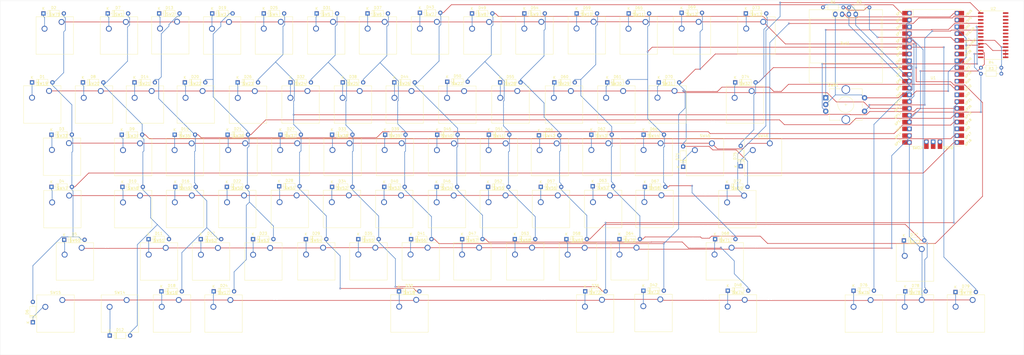
<source format=kicad_pcb>
(kicad_pcb (version 20240108) (generator "pcbnew") (generator_version "8.0")
  (layers (0 "F.Cu" signal) (31 "B.Cu" signal) (34 "B.Paste" user) (35 "F.Paste" user) (36 "B.SilkS" user "B.Silkscreen") (37 "F.SilkS" user "F.Silkscreen") (38 "B.Mask" user) (39 "F.Mask" user) (44 "Edge.Cuts" user))
  (net 0 "")
  (net 1 "col1")
  (net 5 "Net-(D2-K)")
  (net 8 "GND")
  (net 9 "Net-(D3-K)")
  (net 10 "Net-(D4-K)")
  (net 12 "Net-(D5-K)")
  (net 14 "Net-(D18-K)")
  (net 15 "scl")
  (net 18 "col2")
  (net 21 "Net-(D7-K)")
  (net 22 "Net-(D8-K)")
  (net 23 "Net-(D9-K)")
  (net 24 "Net-(D10-K)")
  (net 25 "Net-(D11-K)")
  (net 26 "Net-(D12-K)")
  (net 27 "col3")
  (net 28 "+3.3V")
  (net 29 "Net-(D13-K)")
  (net 30 "Net-(D14-K)")
  (net 31 "Net-(D15-K)")
  (net 32 "Net-(D16-K)")
  (net 34 "Net-(D17-K)")
  (net 35 "col4")
  (net 36 "Net-(D19-K)")
  (net 37 "Net-(D20-K)")
  (net 38 "Net-(D21-K)")
  (net 39 "Net-(D22-K)")
  (net 40 "Net-(D23-K)")
  (net 41 "Net-(D24-K)")
  (net 42 "Net-(D25-K)")
  (net 43 "col5")
  (net 44 "Net-(D26-K)")
  (net 45 "Net-(D27-K)")
  (net 46 "Net-(D28-K)")
  (net 47 "Net-(D29-K)")
  (net 48 "Net-(D31-K)")
  (net 49 "col6")
  (net 50 "Net-(D32-K)")
  (net 51 "Net-(D33-K)")
  (net 52 "Net-(D34-K)")
  (net 53 "Net-(D35-K)")
  (net 54 "Net-(D36-K)")
  (net 55 "Net-(D37-K)")
  (net 56 "col7")
  (net 57 "Net-(D38-K)")
  (net 58 "Net-(D39-K)")
  (net 59 "Net-(D40-K)")
  (net 60 "Net-(D41-K)")
  (net 61 "Net-(D42-K)")
  (net 62 "Net-(D43-K)")
  (net 63 "Net-(D44-K)")
  (net 64 "Net-(D45-K)")
  (net 65 "Net-(D46-K)")
  (net 66 "Net-(D47-K)")
  (net 67 "Net-(D48-K)")
  (net 68 "Net-(D49-K)")
  (net 69 "col8")
  (net 70 "Net-(D50-K)")
  (net 71 "Net-(D51-K)")
  (net 72 "Net-(D52-K)")
  (net 73 "Net-(D53-K)")
  (net 74 "col9")
  (net 75 "Net-(D54-K)")
  (net 76 "Net-(D55-K)")
  (net 77 "Net-(D56-K)")
  (net 78 "Net-(D57-K)")
  (net 79 "Net-(D58-K)")
  (net 80 "col10")
  (net 81 "Net-(D59-K)")
  (net 82 "Net-(D60-K)")
  (net 83 "col11")
  (net 84 "Net-(D61-K)")
  (net 85 "Net-(D62-K)")
  (net 86 "Net-(D63-K)")
  (net 87 "Net-(D64-K)")
  (net 88 "Net-(D65-K)")
  (net 89 "Net-(D66-K)")
  (net 90 "Net-(D67-K)")
  (net 91 "Net-(D68-K)")
  (net 92 "col12")
  (net 93 "col13")
  (net 94 "Net-(D69-K)")
  (net 95 "Net-(D70-K)")
  (net 96 "Net-(D71-K)")
  (net 97 "Net-(D72-K)")
  (net 98 "Net-(D73-K)")
  (net 99 "col14")
  (net 100 "sda")
  (net 101 "Net-(D74-K)")
  (net 102 "Net-(D75-K)")
  (net 103 "row1")
  (net 104 "Net-(D6-K)")
  (net 105 "Net-(D1-K)")
  (net 106 "Net-(D30-K)")
  (net 107 "row6")
  (net 108 "row2")
  (net 109 "row3")
  (net 110 "row4")
  (net 111 "row5")
  (net 112 "Net-(D76-K)")
  (net 113 "Net-(D77-K)")
  (net 114 "Net-(D78-K)")
  (net 115 "Net-(D79-K)")
  (net 116 "+5V")
  (net 117 "re-b")
  (net 118 "re-a")
  (net 119 "re-s1")
  (net 120 "expander-scl")
  (net 121 "expander-sda")
  (footprint "Diode_THT:D_DO-35_SOD27_P7.62mm_Horizontal" (layer "F.Cu") (at 97.94 82.75)
    (property "Reference" "D22")
    (property "Value" "1N4148")
  )
  (footprint "Diode_THT:D_DO-35_SOD27_P7.62mm_Horizontal" (layer "F.Cu") (at 93 121.75)
    (property "Reference" "D24")
    (property "Value" "1N4148")
  )
  (footprint "ModeledDefaults:SW_Cherry_MX_1.00u_PCB" (layer "F.Cu") (at 60.5 125)
    (property "Reference" "SW14")
    (property "Value" "SW_Push")
  )
  (footprint "Diode_THT:D_DO-35_SOD27_P7.62mm_Horizontal" (layer "F.Cu") (at 160.44 43.75)
    (property "Reference" "D44")
    (property "Value" "1N4148")
  )
  (footprint "Diode_THT:D_DO-35_SOD27_P7.62mm_Horizontal" (layer "F.Cu") (at 68.69 102.25)
    (property "Reference" "D11")
    (property "Value" "1N4148")
  )
  (footprint "ModeledDefaults:SW_Cherry_MX_1.00u_PCB" (layer "F.Cu") (at 153.35 105.46)
    (property "Reference" "SW65")
    (property "Value" "SW_Push")
  )
  (footprint "Diode_THT:D_DO-35_SOD27_P7.62mm_Horizontal" (layer "F.Cu") (at 117.94 63.25)
    (property "Reference" "D27")
    (property "Value" "1N4148")
  )
  (footprint "Diode_THT:D_DO-35_SOD27_P7.62mm_Horizontal" (layer "F.Cu") (at 268.25 75.25 90)
    (property "Reference" "D71")
    (property "Value" "1N4148")
  )
  (footprint "Diode_THT:D_DO-35_SOD27_P7.62mm_Horizontal" (layer "F.Cu") (at 287.69 43.75)
    (property "Reference" "D74")
    (property "Value" "1N4148")
  )
  (footprint "Diode_THT:D_DO-35_SOD27_P7.62mm_Horizontal" (layer "F.Cu") (at 54.19 138.25)
    (property "Reference" "D12")
    (property "Value" "1N4148")
  )
  (footprint "ModeledDefaults:SW_Cherry_MX_1.00u_PCB" (layer "F.Cu") (at 163.19 66.46)
    (property "Reference" "SW39")
    (property "Value" "SW_Push")
  )
  (footprint "ModeledDefaults:SW_Cherry_MX_1.00u_PCB" (layer "F.Cu") (at 143.46 85.92)
    (property "Reference" "SW52")
    (property "Value" "SW_Push")
  )
  (footprint "ModeledDefaults:SW_Cherry_MX_1.00u_PCB" (layer "F.Cu") (at 231.5 105.5)
    (property "Reference" "SW69")
    (property "Value" "SW_Push")
  )
  (footprint "Diode_THT:D_DO-35_SOD27_P7.62mm_Horizontal" (layer "F.Cu") (at 234.5 82.5)
    (property "Reference" "D63")
    (property "Value" "1N4148")
  )
  (footprint "ModeledDefaults:SW_Cherry_MX_1.00u_PCB" (layer "F.Cu") (at 182.69 66.5)
    (property "Reference" "SW40")
    (property "Value" "SW_Push")
  )
  (footprint "Diode_THT:D_DO-35_SOD27_P7.62mm_Horizontal" (layer "F.Cu") (at 220.19 43.75)
    (property "Reference" "D60")
    (property "Value" "1N4148")
  )
  (footprint "ModeledDefaults:SW_Cherry_MX_1.00u_PCB" (layer "F.Cu") (at 211.85 105.46)
    (property "Reference" "SW68")
    (property "Value" "SW_Push")
  )
  (footprint "Diode_THT:D_DO-35_SOD27_P7.62mm_Horizontal" (layer "F.Cu") (at 29.44 18)
    (property "Reference" "D2")
    (property "Value" "1N4148")
  )
  (footprint "Diode_THT:D_DO-35_SOD27_P7.62mm_Horizontal" (layer "F.Cu") (at 253.5 63.25)
    (property "Reference" "D66")
    (property "Value" "1N4148")
  )
  (footprint "Diode_THT:D_DO-35_SOD27_P7.62mm_Horizontal" (layer "F.Cu") (at 254 82.75)
    (property "Reference" "D67")
    (property "Value" "1N4148")
  )
  (footprint "Package_SO:SOIC-28W_7.5x17.9mm_P1.27mm" (layer "F.Cu") (at 384.02 26.12)
    (property "Reference" "U2")
    (property "Value" "MCP23017_SO")
  )
  (footprint "Diode_THT:D_DO-35_SOD27_P7.62mm_Horizontal" (layer "F.Cu") (at 101.94 43.75)
    (property "Reference" "D26")
    (property "Value" "1N4148")
  )
  (footprint "ModeledDefaults:SW_Cherry_MX_1.00u_PCB" (layer "F.Cu") (at 162.96 85.92)
    (property "Reference" "SW53")
    (property "Value" "SW_Push")
  )
  (footprint "MCU_RaspberryPi_and_Boards:RPi_Pico_SMD_TH" (layer "F.Cu") (at 361.61 42.03)
    (property "Reference" "U1")
    (property "Value" "Pico")
  )
  (footprint "Diode_THT:D_DO-35_SOD27_P7.62mm_Horizontal" (layer "F.Cu") (at 331.88 121.5)
    (property "Reference" "D76")
    (property "Value" "1N4148")
  )
  (footprint "Button_Switch_Keyboard:SW_Cherry_MX_1.50u_PCB" (layer "F.Cu") (at 298.17 21.13)
    (property "Reference" "SW13")
    (property "Value" "SW_Push")
  )
  (footprint "ModeledDefaults:SW_Cherry_MX_1.00u_PCB" (layer "F.Cu") (at 156.83 21.13)
    (property "Reference" "SW6")
    (property "Value" "SW_Push")
  )
  (footprint "ModeledDefaults:SW_Cherry_MX_1.00u_PCB" (layer "F.Cu") (at 99.2356 124.9912)
    (property "Reference" "SW17")
    (property "Value" "SW_Push")
  )
  (footprint "ModeledDefaults:SW_Cherry_MX_1.00u_PCB" (layer "F.Cu") (at 79.33 21.09)
    (property "Reference" "SW2")
    (property "Value" "SW_Push")
  )
  (footprint "ModeledDefaults:RotaryEncoder_Alps_EC11E-Switch_Vertical_H20mm_CircularMountingHoles" (layer "F.Cu") (at 321.5 49.5)
    (property "Reference" "SW81")
    (property "Value" "RotaryEncoder_Switch")
  )
  (footprint "Diode_THT:D_DO-35_SOD27_P7.62mm_Horizontal" (layer "F.Cu") (at 32.44 63.25)
    (property "Reference" "D3")
    (property "Value" "1N4148")
  )
  (footprint "ModeledDefaults:SW_Cherry_MX_1.00u_PCB" (layer "F.Cu") (at 114.08 105.54)
    (property "Reference" "SW63")
    (property "Value" "SW_Push")
  )
  (footprint "ModeledDefaults:SW_Cherry_MX_1.00u_PCB" (layer "F.Cu") (at 274.06 21.13)
    (property "Reference" "SW12")
    (property "Value" "SW_Push")
  )
  (footprint "Diode_THT:D_DO-35_SOD27_P7.62mm_Horizontal" (layer "F.Cu") (at 147 102.25)
    (property "Reference" "D35")
    (property "Value" "1N4148")
  )
  (footprint "Diode_THT:D_DO-35_SOD27_P7.62mm_Horizontal" (layer "F.Cu") (at 284.69 82.75)
    (property "Reference" "D72")
    (property "Value" "1N4148")
  )
  (footprint "ModeledDefaults:SW_Cherry_MX_1.00u_PCB" (layer "F.Cu") (at 240.35 66.46)
    (property "Reference" "SW43")
    (property "Value" "SW_Push")
  )
  (footprint "ModeledDefaults:SW_Cherry_MX_1.00u_PCB" (layer "F.Cu") (at 166.85 46.96)
    (property "Reference" "SW26")
    (property "Value" "SW_Push")
  )
  (footprint "Diode_THT:D_DO-35_SOD27_P7.62mm_Horizontal" (layer "F.Cu") (at 170 17.75)
    (property "Reference" "D43")
    (property "Value" "1N4148")
  )
  (footprint "Diode_THT:D_DO-35_SOD27_P7.62mm_Horizontal" (layer "F.Cu") (at 32.44 82.75)
    (property "Reference" "D4")
    (property "Value" "1N4148")
  )
  (footprint "Diode_THT:D_DO-35_SOD27_P7.62mm_Horizontal" (layer "F.Cu") (at 351.19 121.75)
    (property "Reference" "D78")
    (property "Value" "1N4148")
  )
  (footprint "ModeledDefaults:SW_Cherry_MX_1.00u_PCB" (layer "F.Cu") (at 254.21 21.17)
    (property "Reference" "SW11")
    (property "Value" "SW_Push")
  )
  (footprint "ModeledDefaults:SW_Cherry_MX_1.00u_PCB" (layer "F.Cu") (at 108.35 47)
    (property "Reference" "SW23")
    (property "Value" "SW_Push")
  )
  (footprint "Diode_THT:D_DO-35_SOD27_P7.62mm_Horizontal" (layer "F.Cu") (at 137.19 63.25)
    (property "Reference" "D33")
    (property "Value" "1N4148")
  )
  (footprint "Diode_THT:D_DO-35_SOD27_P7.62mm_Horizontal" (layer "F.Cu") (at 162.19 121.75)
    (property "Reference" "D30")
    (property "Value" "1N4148")
  )
  (footprint "ModeledDefaults:SW_Cherry_MX_1.00u_PCB" (layer "F.Cu") (at 186.5 47)
    (property "Reference" "SW27")
    (property "Value" "SW_Push")
  )
  (footprint "ModeledDefaults:SW_Cherry_MX_1.00u_PCB" (layer "F.Cu") (at 118.06 21.13)
    (property "Reference" "SW4")
    (property "Value" "SW_Push")
  )
  (footprint "ModeledDefaults:SW_Cherry_MX_1.00u_PCB" (layer "F.Cu") (at 50.85 46.96)
    (property "Reference" "SW20")
    (property "Value" "SW_Push")
  )
  (footprint "Diode_THT:D_DO-35_SOD27_P7.62mm_Horizontal" (layer "F.Cu") (at 369.94 122)
    (property "Reference" "D79")
    (property "Value" "1N4148")
  )
  (footprint "Diode_THT:D_DO-35_SOD27_P7.62mm_Horizontal" (layer "F.Cu") (at 111.69 18)
    (property "Reference" "D25")
    (property "Value" "1N4148")
  )
  (footprint "Diode_THT:D_DO-35_SOD27_P7.62mm_Horizontal" (layer "F.Cu") (at 195.75 63.25)
    (property "Reference" "D51")
    (property "Value" "1N4148")
  )
  (footprint "ModeledDefaults:SW_Cherry_MX_1.00u_PCB" (layer "F.Cu") (at 31.54 46.92)
    (property "Reference" "SW19")
    (property "Value" "SW_Push")
  )
  (footprint "Diode_THT:D_DO-35_SOD27_P7.62mm_Horizontal" (layer "F.Cu") (at 214.44 63.5)
    (property "Reference" "D56")
    (property "Value" "1N4148")
  )
  (footprint "Diode_THT:D_DO-35_SOD27_P7.62mm_Horizontal" (layer "F.Cu") (at 291.69 18)
    (property "Reference" "D73")
    (property "Value" "1N4148")
  )
  (footprint "Resistor_THT:R_Axial_DIN0204_L3.6mm_D1.6mm_P7.62mm_Horizontal" (layer "F.Cu") (at 379.44 40.5)
    (property "Reference" "R3")
    (property "Value" "R")
  )
  (footprint "Button_Switch_Keyboard:SW_Cherry_MX_1.75u_Plate" (layer "F.Cu") (at 39.04 86)
    (property "Reference" "SW47")
    (property "Value" "SW_Push")
  )
  (footprint "Diode_THT:D_DO-35_SOD27_P7.62mm_Horizontal" (layer "F.Cu") (at 247.94 18)
    (property "Reference" "D65")
    (property "Value" "1N4148")
  )
  (footprint "Diode_THT:D_DO-35_SOD27_P7.62mm_Horizontal" (layer "F.Cu") (at 267.69 17.75)
    (property "Reference" "D69")
    (property "Value" "1N4148")
  )
  (footprint "Diode_THT:D_DO-35_SOD27_P7.62mm_Horizontal" (layer "F.Cu") (at 259.19 43.75)
    (property "Reference" "D70")
    (property "Value" "1N4148")
  )
  (footprint "Diode_THT:D_DO-35_SOD27_P7.62mm_Horizontal" (layer "F.Cu") (at 157 63.25)
    (property "Reference" "D39")
    (property "Value" "1N4148")
  )
  (footprint "Button_Switch_Keyboard:SW_Cherry_MX_1.25u_PCB" (layer "F.Cu") (at 300.62 66.5)
    (property "Reference" "SW46")
    (property "Value" "SW_Push")
  )
  (footprint "Diode_THT:D_DO-35_SOD27_P7.62mm_Horizontal" (layer "F.Cu") (at 127.44 102.25)
    (property "Reference" "D29")
    (property "Value" "1N4148")
  )
  (footprint "Diode_THT:D_DO-35_SOD27_P7.62mm_Horizontal" (layer "F.Cu") (at 205.44 102.25)
    (property "Reference" "D53")
    (property "Value" "1N4148")
  )
  (footprint "ModeledDefaults:SW_Cherry_MX_1.00u_PCB" (layer "F.Cu") (at 128 46.96)
    (property "Reference" "SW24")
    (property "Value" "SW_Push")
  )
  (footprint "Diode_THT:D_DO-35_SOD27_P7.62mm_Horizontal" (layer "F.Cu") (at 117.44 82.5)
    (property "Reference" "D28")
    (property "Value" "1N4148")
  )
  (footprint "ModeledDefaults:SW_Cherry_MX_1.00u_PCB" (layer "F.Cu") (at 357.35 124.96)
    (property "Reference" "SW78")
    (property "Value" "SW_Push")
  )
  (footprint "Diode_THT:D_DO-35_SOD27_P7.62mm_Horizontal" (layer "F.Cu") (at 180.19 43.5)
    (property "Reference" "D50")
    (property "Value" "1N4148")
  )
  (footprint "Diode_THT:D_DO-35_SOD27_P7.62mm_Horizontal" (layer "F.Cu") (at 289.75 75.06 90)
    (property "Reference" "D75")
    (property "Value" "1N4148")
  )
  (footprint "ModeledDefaults:SW_Cherry_MX_1.00u_PCB" (layer "F.Cu") (at 75.1 105.5)
    (property "Reference" "SW61")
    (property "Value" "SW_Push")
  )
  (footprint "Button_Switch_Keyboard:SW_Cherry_MX_2.75u_PCB" (layer "F.Cu") (at 286.35 105.46)
    (property "Reference" "SW71")
    (property "Value" "SW_Push")
  )
  (footprint "Resistor_THT:R_Axial_DIN0204_L3.6mm_D1.6mm_P7.62mm_Horizontal" (layer "F.Cu") (at 379.44 38.25)
    (property "Reference" "R4")
    (property "Value" "R")
  )
  (footprint "Diode_THT:D_DO-35_SOD27_P7.62mm_Horizontal" (layer "F.Cu") (at 37.19 102.5)
    (property "Reference" "D5")
    (property "Value" "1N4148")
  )
  (footprint "Diode_THT:D_DO-35_SOD27_P7.62mm_Horizontal" (layer "F.Cu") (at 234 63.25)
    (property "Reference" "D62")
    (property "Value" "1N4148")
  )
  (footprint "ModeledDefaults:SW_Cherry_MX_1.00u_PCB" (layer "F.Cu") (at 201.96 85.92)
    (property "Reference" "SW55")
    (property "Value" "SW_Push")
  )
  (footprint "Diode_THT:D_DO-35_SOD27_P7.62mm_Horizontal" (layer "F.Cu") (at 107.69 102.25)
    (property "Reference" "D23")
    (property "Value" "1N4148")
  )
  (footprint "Diode_THT:D_DO-35_SOD27_P7.62mm_Horizontal" (layer "F.Cu") (at 82.25 43.75)
    (property "Reference" "D20")
    (property "Value" "1N4148")
  )
  (footprint "ModeledDefaults:SW_Cherry_MX_1.00u_PCB" (layer "F.Cu") (at 137.56 21.13)
    (property "Reference" "SW5")
    (property "Value" "SW_Push")
  )
  (footprint "ModeledDefaults:SW_Cherry_MX_1.00u_PCB" (layer "F.Cu") (at 195.83 21.17)
    (property "Reference" "SW8")
    (property "Value" "SW_Push")
  )
  (footprint "ModeledDefaults:SW_Cherry_MX_1.00u_PCB" (layer "F.Cu") (at 84.77 66.5)
    (property "Reference" "SW35")
    (property "Value" "SW_Push")
  )
  (footprint "ModeledDefaults:SW_Cherry_MX_1.00u_PCB" (layer "F.Cu") (at 245.87 46.96)
    (property "Reference" "SW30")
    (property "Value" "SW_Push")
  )
  (footprint "Button_Switch_Keyboard:SW_Cherry_MX_6.25u_PCB" (layer "F.Cu") (at 168.62 124.92)
    (property "Reference" "SW18")
    (property "Value" "SW_Push")
  )
  (footprint "Diode_THT:D_DO-35_SOD27_P7.62mm_Horizontal" (layer "F.Cu") (at 176.25 82.75)
    (property "Reference" "D46")
    (property "Value" "1N4148")
  )
  (footprint "ModeledDefaults:SW_Cherry_MX_1.00u_PCB" (layer "F.Cu") (at 88.85 46.96)
    (property "Reference" "SW22")
    (property "Value" "SW_Push")
  )
  (footprint "Button_Switch_Keyboard:SW_Cherry_MX_1.50u_PCB" (layer "F.Cu") (at 36.5 125)
    (property "Reference" "SW15")
    (property "Value" "SW_Push")
  )
  (footprint "Diode_THT:D_DO-35_SOD27_P7.62mm_Horizontal" (layer "F.Cu") (at 215.13 82.75)
    (property "Reference" "D57")
    (property "Value" "1N4148")
  )
  (footprint "Diode_THT:D_DO-35_SOD27_P7.62mm_Horizontal" (layer "F.Cu") (at 185.75 102.25)
    (property "Reference" "D47")
    (property "Value" "1N4148")
  )
  (footprint "Diode_THT:D_DO-35_SOD27_P7.62mm_Horizontal" (layer "F.Cu") (at 195.44 82.75)
    (property "Reference" "D52")
    (property "Value" "1N4148")
  )
  (footprint "Resistor_THT:R_Axial_DIN0204_L3.6mm_D1.6mm_P7.62mm_Horizontal" (layer "F.Cu") (at 320.44 15.75)
    (property "Reference" "R1")
    (property "Value" "R")
  )
  (footprint "ModeledDefaults:SW_Cherry_MX_1.00u_PCB" (layer "F.Cu") (at 124.19 66.46)
    (property "Reference" "SW37")
    (property "Value" "SW_Push")
  )
  (footprint "ModeledDefaults:SW_Cherry_MX_1.00u_PCB" (layer "F.Cu") (at 250.85 105.46)
    (property "Reference" "SW70")
    (property "Value" "SW_Push")
  )
  (footprint "Diode_THT:D_DO-35_SOD27_P7.62mm_Horizontal" (layer "F.Cu") (at 63.44 43.75)
    (property "Reference" "D14")
    (property "Value" "1N4148")
  )
  (footprint "Button_Switch_Keyboard:SW_Cherry_MX_2.00u_PCB" (layer "F.Cu") (at 291.25 124.92)
    (property "Reference" "SW74")
    (property "Value" "SW_Push")
  )
  (footprint "Button_Switch_Keyboard:SW_Cherry_MX_1.25u_PCB" (layer "F.Cu") (at 259.75 124.75)
    (property "Reference" "SW73")
    (property "Value" "SW_Push")
  )
  (footprint "ModeledDefaults:128x64OLED" (layer "F.Cu") (at 328.7 28.9)
    (property "Reference" "Brd1")
    (property "Value" "SSD1306")
  )
  (footprint "Diode_THT:D_DO-35_SOD27_P7.62mm_Horizontal" (layer "F.Cu") (at 73.5 121.75)
    (property "Reference" "D18")
    (property "Value" "1N4148")
  )
  (footprint "Diode_THT:D_DO-35_SOD27_P7.62mm_Horizontal" (layer "F.Cu") (at 350.69 102.75)
    (property "Reference" "D77")
    (property "Value" "1N4148")
  )
  (footprint "ModeledDefaults:SW_Cherry_MX_1.00u_PCB" (layer "F.Cu") (at 206.35 46.96)
    (property "Reference" "SW28")
    (property "Value" "SW_Push")
  )
  (footprint "Button_Switch_Keyboard:SW_Cherry_MX_2.00u_PCB" (layer "F.Cu") (at 293.85 46.96)
    (property "Reference" "SW32")
    (property "Value" "SW_Push")
  )
  (footprint "ModeledDefaults:SW_Cherry_MX_1.00u_PCB" (layer "F.Cu") (at 84.85 85.96)
    (property "Reference" "SW49")
    (property "Value" "SW_Push")
  )
  (footprint "ModeledDefaults:SW_Cherry_MX_1.00u_PCB" (layer "F.Cu") (at 79.9687 124.9791)
    (property "Reference" "SW16")
    (property "Value" "SW_Push")
  )
  (footprint "ModeledDefaults:SW_Cherry_MX_1.00u_PCB" (layer "F.Cu") (at 357.35 105.96)
    (property "Reference" "SW77")
    (property "Value" "SW_Push")
  )
  (footprint "ModeledDefaults:SW_Cherry_MX_1.00u_PCB" (layer "F.Cu") (at 237.96 124.92)
    (property "Reference" "SW72")
    (property "Value" "SW_Push")
  )
  (footprint "Diode_THT:D_DO-35_SOD27_P7.62mm_Horizontal" (layer "F.Cu") (at 209 18)
    (property "Reference" "D54")
    (property "Value" "1N4148")
  )
  (footprint "ModeledDefaults:SW_Cherry_MX_1.00u_PCB" (layer "F.Cu") (at 240.96 85.92)
    (property "Reference" "SW57")
    (property "Value" "SW_Push")
  )
  (footprint "Diode_THT:D_DO-35_SOD27_P7.62mm_Horizontal" (layer "F.Cu") (at 53.44 18)
    (property "Reference" "D7")
    (property "Value" "1N4148")
  )
  (footprint "ModeledDefaults:SW_Cherry_MX_1.00u_PCB" (layer "F.Cu") (at 221.04 66.5)
    (property "Reference" "SW42")
    (property "Value" "SW_Push")
  )
  (footprint "Diode_THT:D_DO-35_SOD27_P7.62mm_Horizontal" (layer "F.Cu") (at 78.44 63.25)
    (property "Reference" "D15")
    (property "Value" "1N4148")
  )
  (footprint "Diode_THT:D_DO-35_SOD27_P7.62mm_Horizontal" (layer "F.Cu") (at 98.19 63.25)
    (property "Reference" "D21")
    (property "Value" "1N4148")
  )
  (footprint "Diode_THT:D_DO-35_SOD27_P7.62mm_Horizontal" (layer "F.Cu") (at 44.19 43.75)
    (property "Reference" "D8")
    (property "Value" "1N4148")
  )
  (footprint "ModeledDefaults:SW_Cherry_MX_1.00u_PCB" (layer "F.Cu") (at 65.5 86)
    (property "Reference" "SW48")
    (property "Value" "SW_Push")
  )
  (footprint "ModeledDefaults:SW_Cherry_MX_1.00u_PCB" (layer "F.Cu") (at 234.83 21.09)
    (property "Reference" "SW10")
    (property "Value" "SW_Push")
  )
  (footprint "Button_Switch_Keyboard:SW_Cherry_MX_1.75u_PCB" (layer "F.Cu") (at 38.96 66.42)
    (property "Reference" "SW33")
    (property "Value" "SW_Push")
  )
  (footprint "Diode_THT:D_DO-35_SOD27_P7.62mm_Horizontal" (layer "F.Cu") (at 239.94 43.75)
    (property "Reference" "D61")
    (property "Value" "1N4148")
  )
  (footprint "Diode_THT:D_DO-35_SOD27_P7.62mm_Horizontal" (layer "F.Cu") (at 121.69 43.75)
    (property "Reference" "D32")
    (property "Value" "1N4148")
  )
  (footprint "ModeledDefaults:SW_Cherry_MX_1.00u_PCB" (layer "F.Cu") (at 182.61 85.96)
    (property "Reference" "SW54")
    (property "Value" "SW_Push")
  )
  (footprint "Diode_THT:D_DO-35_SOD27_P7.62mm_Horizontal" (layer "F.Cu") (at 156.69 82.75)
    (property "Reference" "D40")
    (property "Value" "1N4148")
  )
  (footprint "ModeledDefaults:SW_Cherry_MX_1.00u_PCB" (layer "F.Cu") (at 376.35 124.96)
    (property "Reference" "SW79")
    (property "Value" "SW_Push")
  )
  (footprint "ModeledDefaults:SW_Cherry_MX_1.00u_PCB" (layer "F.Cu") (at 104.35 85.96)
    (property "Reference" "SW50")
    (property "Value" "SW_Push")
  )
  (footprint "Diode_THT:D_DO-35_SOD27_P7.62mm_Horizontal" (layer "F.Cu") (at 284.94 121.5)
    (property "Reference" "D48")
    (property "Value" "1N4148")
  )
  (footprint "ModeledDefaults:SW_Cherry_MX_1.00u_PCB" (layer "F.Cu") (at 215.33 21.13)
    (property "Reference" "SW9")
    (property "Value" "SW_Push")
  )
  (footprint "ModeledDefaults:SW_Cherry_MX_1.00u_PCB" (layer "F.Cu") (at 192.1 105.46)
    (property "Reference" "SW67")
    (property "Value" "SW_Push")
  )
  (footprint "ModeledDefaults:SW_Cherry_MX_1.00u_PCB" (layer "F.Cu") (at 65.5 66.5)
    (property "Reference" "SW34")
    (property "Value" "SW_Push")
  )
  (footprint "ModeledDefaults:SW_Cherry_MX_1.00u_PCB" (layer "F.Cu") (at 265.04 46.92)
    (property "Reference" "SW31")
    (property "Value" "SW_Push")
  )
  (footprint "Button_Switch_Keyboard:SW_Cherry_MX_2.25u_PCB" (layer "F.Cu") (at 291.04 86)
    (property "Reference" "SW59")
    (property "Value" "SW_Push")
  )
  (footprint "ModeledDefaults:SW_Cherry_MX_1.00u_PCB" (layer "F.Cu") (at 94.58 105.54)
    (property "Reference" "SW62")
    (property "Value" "SW_Push")
  )
  (footprint "ModeledDefaults:SW_Cherry_MX_1.00u_PCB" (layer "F.Cu") (at 338.25 125)
    (property "Reference" "SW76")
    (property "Value" "SW_Push")
  )
  (footprint "Diode_THT:D_DO-35_SOD27_P7.62mm_Horizontal" (layer "F.Cu") (at 189.44 18)
    (property "Reference" "D49")
    (property "Value" "1N4148")
  )
  (footprint "Diode_THT:D_DO-35_SOD27_P7.62mm_Horizontal" (layer "F.Cu") (at 78.69 82.75)
    (property "Reference" "D16")
    (property "Value" "1N4148")
  )
  (footprint "ModeledDefaults:SW_Cherry_MX_1.00u_PCB" (layer "F.Cu") (at 202 66.5)
    (property "Reference" "SW41")
    (property "Value" "SW_Push")
  )
  (footprint "ModeledDefaults:SW_Cherry_MX_1.00u_PCB" (layer "F.Cu") (at 69.85 46.96)
    (property "Reference" "SW21")
    (property "Value" "SW_Push")
  )
  (footprint "Diode_THT:D_DO-35_SOD27_P7.62mm_Horizontal" (layer "F.Cu") (at 228.5 18)
    (property "Reference" "D59")
    (property "Value" "1N4148")
  )
  (footprint "Button_Switch_Keyboard:SW_Cherry_MX_2.25u_PCB" (layer "F.Cu") (at 43.71 105.5)
    (property "Reference" "SW60")
    (property "Value" "SW_Push")
  )
  (footprint "Diode_THT:D_DO-35_SOD27_P7.62mm_Horizontal" (layer "F.Cu") (at 231.69 121.75)
    (property "Reference" "D36")
    (property "Value" "1N4148")
  )
  (footprint "Diode_THT:D_DO-35_SOD27_P7.62mm_Horizontal" (layer "F.Cu") (at 58.69 63.25)
    (property "Reference" "D9")
    (property "Value" "1N4148")
  )
  (footprint "ModeledDefaults:SW_Cherry_MX_1.00u_PCB" (layer "F.Cu") (at 279 66.5)
    (property "Reference" "SW45")
    (property "Value" "SW_Push")
  )
  (footprint "Diode_THT:D_DO-35_SOD27_P7.62mm_Horizontal" (layer "F.Cu") (at 176.44 63.25)
    (property "Reference" "D45")
    (property "Value" "1N4148")
  )
  (footprint "ModeledDefaults:SW_Cherry_MX_1.00u_PCB" (layer "F.Cu") (at 147.5 46.96)
    (property "Reference" "SW25")
    (property "Value" "SW_Push")
  )
  (footprint "Diode_THT:D_DO-35_SOD27_P7.62mm_Horizontal" (layer "F.Cu") (at 166.69 102.25)
    (property "Reference" "D41")
    (property "Value" "1N4148")
  )
  (footprint "Diode_THT:D_DO-35_SOD27_P7.62mm_Horizontal" (layer "F.Cu") (at 137.19 82.75)
    (property "Reference" "D34")
    (property "Value" "1N4148")
  )
  (footprint "ModeledDefaults:SW_Cherry_MX_1.00u_PCB" (layer "F.Cu") (at 221.46 85.92)
    (property "Reference" "SW56")
    (property "Value" "SW_Push")
  )
  (footprint "Diode_THT:D_DO-35_SOD27_P7.62mm_Horizontal" (layer "F.Cu") (at 141.19 43.75)
    (property "Reference" "D38")
    (property "Value" "1N4148")
  )
  (footprint "Diode_THT:D_DO-35_SOD27_P7.62mm_Horizontal" (layer "F.Cu") (at 224.69 102.25)
    (property "Reference" "D58")
    (property "Value" "1N4148")
  )
  (footprint "Diode_THT:D_DO-35_SOD27_P7.62mm_Horizontal" (layer "F.Cu") (at 244.5 102.25)
    (property "Reference" "D64")
    (property "Value" "1N4148")
  )
  (footprint "ModeledDefaults:SW_Cherry_MX_1.00u_PCB" (layer "F.Cu") (at 260.15 85.88)
    (property "Reference" "SW58")
    (property "Value" "SW_Push")
  )
  (footprint "ModeledDefaults:SW_Cherry_MX_1.00u_PCB" (layer "F.Cu") (at 60.21 21.17)
    (property "Reference" "SW1")
    (property "Value" "SW_Push")
  )
  (footprint "ModeledDefaults:SW_Cherry_MX_1.00u_PCB" (layer "F.Cu") (at 98.71 21.17)
    (property "Reference" "SW3")
    (property "Value" "SW_Push")
  )
  (footprint "Diode_THT:D_DO-35_SOD27_P7.62mm_Horizontal" (layer "F.Cu") (at 280.19 102.25)
    (property "Reference" "D68")
    (property "Value" "1N4148")
  )
  (footprint "Diode_THT:D_DO-35_SOD27_P7.62mm_Horizontal" (layer "F.Cu") (at 199.94 43.75)
    (property "Reference" "D55")
    (property "Value" "1N4148")
  )
  (footprint "Resistor_THT:R_Axial_DIN0204_L3.6mm_D1.6mm_P7.62mm_Horizontal" (layer "F.Cu") (at 330.19 15.75)
    (property "Reference" "R2")
    (property "Value" "R")
  )
  (footprint "ModeledDefaults:SW_Cherry_MX_1.00u_PCB" (layer "F.Cu") (at 226.35 46.96)
    (property "Reference" "SW29")
    (property "Value" "SW_Push")
  )
  (footprint "Button_Switch_Keyboard:SW_Cherry_MX_1.50u_PCB" (layer "F.Cu") (at 36.21 21.17)
    (property "Reference" "SW75")
    (property "Value" "SW_Push")
  )
  (footprint "ModeledDefaults:SW_Cherry_MX_1.00u_PCB" (layer "F.Cu") (at 123.96 85.92)
    (property "Reference" "SW51")
    (property "Value" "SW_Push")
  )
  (footprint "Diode_THT:D_DO-35_SOD27_P7.62mm_Horizontal" (layer "F.Cu") (at 150.44 18)
    (property "Reference" "D37")
    (property "Value" "1N4148")
  )
  (footprint "ModeledDefaults:SW_Cherry_MX_1.00u_PCB" (layer "F.Cu") (at 104.77 66.46)
    (property "Reference" "SW36")
    (property "Value" "SW_Push")
  )
  (footprint "ModeledDefaults:SW_Cherry_MX_1.00u_PCB" (layer "F.Cu") (at 176.33 21.13)
    (property "Reference" "SW7")
    (property "Value" "SW_Push")
  )
  (footprint "ModeledDefaults:SW_Cherry_MX_1.00u_PCB" (layer "F.Cu") (at 259.85 66.46)
    (property "Reference" "SW44")
    (property "Value" "SW_Push")
  )
  (footprint "Diode_THT:D_DO-35_SOD27_P7.62mm_Horizontal" (layer "F.Cu") (at 131.44 18)
    (property "Reference" "D31")
    (property "Value" "1N4148")
  )
  (footprint "Diode_THT:D_DO-35_SOD27_P7.62mm_Horizontal" (layer "F.Cu") (at 58.94 82.75)
    (property "Reference" "D10")
    (property "Value" "1N4148")
  )
  (footprint "Diode_THT:D_DO-35_SOD27_P7.62mm_Horizontal" (layer "F.Cu") (at 25.19 43.75)
    (property "Reference" "D1")
    (property "Value" "1N4148")
  )
  (footprint "ModeledDefaults:SW_Cherry_MX_1.00u_PCB" (layer "F.Cu") (at 133.85 105.46)
    (property "Reference" "SW64")
    (property "Value" "SW_Push")
  )
  (footprint "Diode_THT:D_DO-35_SOD27_P7.62mm_Horizontal" (layer "F.Cu") (at 92.44 18)
    (property "Reference" "D19")
    (property "Value" "1N4148")
  )
  (footprint "ModeledDefaults:SW_Cherry_MX_1.00u_PCB" (layer "F.Cu") (at 143.69 66.46)
    (property "Reference" "SW38")
    (property "Value" "SW_Push")
  )
  (footprint "Diode_THT:D_DO-35_SOD27_P7.62mm_Horizontal" (layer "F.Cu") (at 25.5 133.31 90)
    (property "Reference" "D6")
    (property "Value" "1N4148")
  )
  (footprint "Diode_THT:D_DO-35_SOD27_P7.62mm_Horizontal" (layer "F.Cu") (at 88.19 102.25)
    (property "Reference" "D17")
    (property "Value" "1N4148")
  )
  (footprint "ModeledDefaults:SW_Cherry_MX_1.00u_PCB" (layer "F.Cu") (at 172.85 105.46)
    (property "Reference" "SW66")
    (property "Value" "SW_Push")
  )
  (footprint "Diode_THT:D_DO-35_SOD27_P7.62mm_Horizontal" (layer "F.Cu") (at 72.63 18)
    (property "Reference" "D13")
    (property "Value" "1N4148")
  )
  (footprint "Diode_THT:D_DO-35_SOD27_P7.62mm_Horizontal" (layer "F.Cu") (at 253.44 121.5)
    (property "Reference" "D42")
    (property "Value" "1N4148")
  )
  (gr_rect (start 13.25 13.25) (end 395.5 145.5) (stroke (width 0.05)) (fill none) (layer "Edge.Cuts"))
  (segment (start 370.5 66.16) (end 369.3483 66.16) (width 0.2) (layer "F.Cu") (net 1))
  (segment (start 357.9297 77.5786) (end 369.3483 66.16) (width 0.2) (layer "F.Cu") (net 1))
  (segment (start 40.06 82.75) (end 41.1617 82.75) (width 0.2) (layer "F.Cu") (net 1))
  (segment (start 41.1617 82.75) (end 46.3331 77.5786) (width 0.2) (layer "F.Cu") (net 1))
  (segment (start 46.3331 77.5786) (end 357.9297 77.5786) (width 0.2) (layer "F.Cu") (net 1))
  (segment (start 37.06 18) (end 37.06 19.1017) (width 0.2) (layer "B.Cu") (net 1))
  (segment (start 40.3918 69.4812) (end 40.3918 64.6835) (width 0.2) (layer "B.Cu") (net 1))
  (segment (start 40.06 83.3008) (end 40.06 82.75) (width 0.2) (layer "B.Cu") (net 1))
  (segment (start 40.06 63.25) (end 40.06 64.3517) (width 0.2) (layer "B.Cu") (net 1))
  (segment (start 44.81 102.5) (end 43.7083 102.5) (width 0.2) (layer "B.Cu") (net 1))
  (segment (start 25.5 125.69) (end 25.5 112.16) (width 0.2) (layer "B.Cu") (net 1))
  (segment (start 25.5 112.16) (end 36.2617 101.3983) (width 0.2) (layer "B.Cu") (net 1))
  (segment (start 40.486 101.3983) (end 40.486 84.2777) (width 0.2) (layer "B.Cu") (net 1))
  (segment (start 37.6131 24.2599) (end 37.6131 19.6548) (width 0.2) (layer "B.Cu") (net 1))
  (segment (start 32.81 44.8517) (end 40.06 52.1017) (width 0.2) (layer "B.Cu") (net 1))
  (segment (start 40.06 83.3008) (end 40.06 83.8517) (width 0.2) (layer "B.Cu") (net 1))
  (segment (start 32.81 43.75) (end 32.81 44.3008) (width 0.2) (layer "B.Cu") (net 1))
  (segment (start 40.486 101.3983) (end 42.6066 101.3983) (width 0.2) (layer "B.Cu") (net 1))
  (segment (start 32.81 44.3008) (end 32.81 44.8517) (width 0.2) (layer "B.Cu") (net 1))
  (segment (start 40.486 84.2777) (end 40.06 83.8517) (width 0.2) (layer "B.Cu") (net 1))
  (segment (start 40.06 69.813) (end 40.3918 69.4812) (width 0.2) (layer "B.Cu") (net 1))
  (segment (start 37.0232 24.8498) (end 37.6131 24.2599) (width 0.2) (layer "B.Cu") (net 1))
  (segment (start 40.06 52.1017) (end 40.06 63.25) (width 0.2) (layer "B.Cu") (net 1))
  (segment (start 40.06 82.75) (end 40.06 69.813) (width 0.2) (layer "B.Cu") (net 1))
  (segment (start 37.0232 40.0876) (end 37.0232 24.8498) (width 0.2) (layer "B.Cu") (net 1))
  (segment (start 32.81 44.3008) (end 37.0232 40.0876) (width 0.2) (layer "B.Cu") (net 1))
  (segment (start 37.6131 19.6548) (end 37.06 19.1017) (width 0.2) (layer "B.Cu") (net 1))
  (segment (start 42.6066 101.3983) (end 43.7083 102.5) (width 0.2) (layer "B.Cu") (net 1))
  (segment (start 36.2617 101.3983) (end 40.486 101.3983) (width 0.2) (layer "B.Cu") (net 1))
  (segment (start 40.3918 64.6835) (end 40.06 64.3517) (width 0.2) (layer "B.Cu") (net 1))
  (segment (start 29.86 19.5217) (end 29.44 19.1017) (width 0.2) (layer "B.Cu") (net 5))
  (segment (start 29.44 18) (end 29.44 19.1017) (width 0.2) (layer "B.Cu") (net 5))
  (segment (start 29.86 23.71) (end 29.86 19.5217) (width 0.2) (layer "B.Cu") (net 5))
  (segment (start 352.72 48.38) (end 353.8717 48.38) (width 0.2) (layer "F.Cu") (net 8))
  (segment (start 352.72 48.38) (end 349.7683 48.38) (width 0.2) (layer "F.Cu") (net 8))
  (segment (start 388.67 31.835) (end 383.8469 31.835) (width 0.2) (layer "F.Cu") (net 8))
  (segment (start 388.67 33.105) (end 388.67 34.375) (width 0.2) (layer "F.Cu") (net 8))
  (segment (start 378.8063 29.8587) (end 379.37 29.295) (width 0.2) (layer "F.Cu") (net 8))
  (segment (start 388.67 31.835) (end 388.67 33.105) (width 0.2) (layer "F.Cu") (net 8))
  (segment (start 348.6483 49.5) (end 349.7683 48.38) (width 0.2) (layer "F.Cu") (net 8))
  (segment (start 367.2162 46.9961) (end 355.2556 46.9961) (width 0.2) (layer "F.Cu") (net 8))
  (segment (start 381.3069 29.295) (end 379.37 29.295) (width 0.2) (layer "F.Cu") (net 8))
  (segment (start 383.8469 31.835) (end 381.3069 29.295) (width 0.2) (layer "F.Cu") (net 8))
  (segment (start 336 49.5) (end 348.6483 49.5) (width 0.2) (layer "F.Cu") (net 8))
  (segment (start 355.2556 46.9961) (end 353.8717 48.38) (width 0.2) (layer "F.Cu") (net 8))
  (segment (start 373.918 29.8587) (end 378.8063 29.8587) (width 0.2) (layer "F.Cu") (net 8))
  (via (at 367.2162 46.9961) (size 0.6) (drill 0.3) (layers "F.Cu" "B.Cu") (net 8))
  (via (at 373.918 29.8587) (size 0.6) (drill 0.3) (layers "F.Cu" "B.Cu") (net 8))
  (segment (start 370.7879 24.1317) (end 373.918 27.2618) (width 0.2) (layer "B.Cu") (net 8))
  (segment (start 325.08 48.42) (end 321.5 52) (width 0.2) (layer "B.Cu") (net 8))
  (segment (start 370.1218 36.95) (end 367.2162 39.8556) (width 0.2) (layer "B.Cu") (net 8))
  (segment (start 373.918 34.416) (end 371.384 36.95) (width 0.2) (layer "B.Cu") (net 8))
  (segment (start 370.5 22.98) (end 370.5 24.1317) (width 0.2) (layer "B.Cu") (net 8))
  (segment (start 325.08 18.3) (end 325.08 48.42) (width 0.2) (layer "B.Cu") (net 8))
  (segment (start 373.918 29.8587) (end 373.918 34.416) (width 0.2) (layer "B.Cu") (net 8))
  (segment (start 370.5 24.1317) (end 370.7879 24.1317) (width 0.2) (layer "B.Cu") (net 8))
  (segment (start 367.2162 39.8556) (end 367.2162 46.9961) (width 0.2) (layer "B.Cu") (net 8))
  (segment (start 334.92 48.42) (end 336 49.5) (width 0.2) (layer "B.Cu") (net 8))
  (segment (start 325.08 48.42) (end 334.92 48.42) (width 0.2) (layer "B.Cu") (net 8))
  (segment (start 373.918 27.2618) (end 373.918 29.8587) (width 0.2) (layer "B.Cu") (net 8))
  (segment (start 371.384 36.95) (end 370.1218 36.95) (width 0.2) (layer "B.Cu") (net 8))
  (segment (start 32.44 63.25) (end 32.44 64.3517) (width 0.2) (layer "B.Cu") (net 9))
  (segment (start 32.61 68.96) (end 32.61 64.5217) (width 0.2) (layer "B.Cu") (net 9))
  (segment (start 32.61 64.5217) (end 32.44 64.3517) (width 0.2) (layer "B.Cu") (net 9))
  (segment (start 32.69 88.54) (end 32.69 84.1017) (width 0.2) (layer "B.Cu") (net 10))
  (segment (start 32.69 84.1017) (end 32.44 83.8517) (width 0.2) (layer "B.Cu") (net 10))
  (segment (start 32.44 82.75) (end 32.44 83.8517) (width 0.2) (layer "B.Cu") (net 10))
  (segment (start 37.36 108.04) (end 37.36 103.7717) (width 0.2) (layer "B.Cu") (net 12))
  (segment (start 37.36 103.7717) (end 37.19 103.6017) (width 0.2) (layer "B.Cu") (net 12))
  (segment (start 37.19 102.5) (end 37.19 103.6017) (width 0.2) (layer "B.Cu") (net 12))
  (segment (start 73.5 121.75) (end 73.5 122.8517) (width 0.2) (layer "B.Cu") (net 14))
  (segment (start 73.6187 122.9704) (end 73.5 122.8517) (width 0.2) (layer "B.Cu") (net 14))
  (segment (start 73.6187 127.5191) (end 73.6187 122.9704) (width 0.2) (layer "B.Cu") (net 14))
  (segment (start 330.16 17.7664) (end 330.16 16.9983) (width 0.2) (layer "B.Cu") (net 15))
  (segment (start 352.72 44.6883) (end 352.4515 44.6883) (width 0.2) (layer "B.Cu") (net 15))
  (segment (start 330.16 16.9983) (end 330.19 16.9683) (width 0.2) (layer "B.Cu") (net 15))
  (segment (start 352.4515 44.6883) (end 330.16 22.3968) (width 0.2) (layer "B.Cu") (net 15))
  (segment (start 352.72 45.84) (end 352.72 44.6883) (width 0.2) (layer "B.Cu") (net 15))
  (segment (start 330.16 22.3968) (end 330.16 18.3) (width 0.2) (layer "B.Cu") (net 15))
  (segment (start 330.16 17.7664) (end 330.16 18.3) (width 0.2) (layer "B.Cu") (net 15))
  (segment (start 330.19 16.9683) (end 330.19 15.75) (width 0.2) (layer "B.Cu") (net 15))
  (segment (start 66.31 63.25) (end 67.4117 63.25) (width 0.2) (layer "F.Cu") (net 18))
  (segment (start 369.3483 63.62) (end 368.19 64.7783) (width 0.2) (layer "F.Cu") (net 18))
  (segment (start 68.94 64.7783) (end 67.4117 63.25) (width 0.2) (layer "F.Cu") (net 18))
  (segment (start 368.19 64.7783) (end 68.94 64.7783) (width 0.2) (layer "F.Cu") (net 18))
  (segment (start 370.5 63.62) (end 369.3483 63.62) (width 0.2) (layer "F.Cu") (net 18))
  (segment (start 61.81 138.25) (end 61.81 137.1483) (width 0.2) (layer "B.Cu") (net 18))
  (segment (start 71.9926 96.8308) (end 76.31 101.1483) (width 0.2) (layer "B.Cu") (net 18))
  (segment (start 60.8298 35.8319) (end 51.81 44.8517) (width 0.2) (layer "B.Cu") (net 18))
  (segment (start 66.56 82.75) (end 66.56 83.8517) (width 0.2) (layer "B.Cu") (net 18))
  (segment (start 51.81 43.75) (end 51.81 44.8517) (width 0.2) (layer "B.Cu") (net 18))
  (segment (start 61.81 137.1483) (end 64.4809 134.4774) (width 0.2) (layer "B.Cu") (net 18))
  (segment (start 66.9599 65.0016) (end 66.31 64.3517) (width 0.2) (layer "B.Cu") (net 18))
  (segment (start 60.8298 23.0902) (end 60.8298 35.8319) (width 0.2) (layer "B.Cu") (net 18))
  (segment (start 61.06 19.1017) (end 61.6125 19.6542) (width 0.2) (layer "B.Cu") (net 18))
  (segment (start 76.31 102.25) (end 76.31 101.1483) (width 0.2) (layer "B.Cu") (net 18))
  (segment (start 66.9599 69.2999) (end 66.9599 65.0016) (width 0.2) (layer "B.Cu") (net 18))
  (segment (start 66.31 63.25) (end 66.31 64.3517) (width 0.2) (layer "B.Cu") (net 18))
  (segment (start 61.06 18) (end 61.06 19.1017) (width 0.2) (layer "B.Cu") (net 18))
  (segment (start 61.6125 22.3075) (end 60.8298 23.0902) (width 0.2) (layer "B.Cu") (net 18))
  (segment (start 66.56 69.6998) (end 66.9599 69.2999) (width 0.2) (layer "B.Cu") (net 18))
  (segment (start 61.6125 19.6542) (end 61.6125 22.3075) (width 0.2) (layer "B.Cu") (net 18))
  (segment (start 51.81 44.8517) (end 66.31 59.3517) (width 0.2) (layer "B.Cu") (net 18))
  (segment (start 64.4809 104.3425) (end 71.9926 96.8308) (width 0.2) (layer "B.Cu") (net 18))
  (segment (start 66.56 82.75) (end 66.56 69.6998) (width 0.2) (layer "B.Cu") (net 18))
  (segment (start 66.31 59.3517) (end 66.31 63.25) (width 0.2) (layer "B.Cu") (net 18))
  (segment (start 69.4611 94.2994) (end 71.9926 96.8308) (width 0.2) (layer "B.Cu") (net 18))
  (segment (start 64.4809 134.4774) (end 64.4809 104.3425) (width 0.2) (layer "B.Cu") (net 18))
  (segment (start 69.4611 86.7528) (end 69.4611 94.2994) (width 0.2) (layer "B.Cu") (net 18))
  (segment (start 66.56 83.8517) (end 69.4611 86.7528) (width 0.2) (layer "B.Cu") (net 18))
  (segment (start 53.86 19.5217) (end 53.44 19.1017) (width 0.2) (layer "B.Cu") (net 21))
  (segment (start 53.86 23.71) (end 53.86 19.5217) (width 0.2) (layer "B.Cu") (net 21))
  (segment (start 53.44 18) (end 53.44 19.1017) (width 0.2) (layer "B.Cu") (net 21))
  (segment (start 44.19 43.75) (end 44.19 44.8517) (width 0.2) (layer "B.Cu") (net 22))
  (segment (start 44.5 49.5) (end 44.5 45.1617) (width 0.2) (layer "B.Cu") (net 22))
  (segment (start 44.5 45.1617) (end 44.19 44.8517) (width 0.2) (layer "B.Cu") (net 22))
  (segment (start 58.69 63.25) (end 58.69 64.3517) (width 0.2) (layer "B.Cu") (net 23))
  (segment (start 59.15 64.8117) (end 58.69 64.3517) (width 0.2) (layer "B.Cu") (net 23))
  (segment (start 59.15 69.04) (end 59.15 64.8117) (width 0.2) (layer "B.Cu") (net 23))
  (segment (start 59.15 84.0617) (end 58.94 83.8517) (width 0.2) (layer "B.Cu") (net 24))
  (segment (start 59.15 88.54) (end 59.15 84.0617) (width 0.2) (layer "B.Cu") (net 24))
  (segment (start 58.94 82.75) (end 58.94 83.8517) (width 0.2) (layer "B.Cu") (net 24))
  (segment (start 68.75 108.04) (end 68.75 103.4117) (width 0.2) (layer "B.Cu") (net 25))
  (segment (start 68.69 102.25) (end 68.69 103.3517) (width 0.2) (layer "B.Cu") (net 25))
  (segment (start 68.75 103.4117) (end 68.69 103.3517) (width 0.2) (layer "B.Cu") (net 25))
  (segment (start 54.15 127.54) (end 54.2942 127.6842) (width 0.2) (layer "B.Cu") (net 26))
  (segment (start 54.19 138.25) (end 54.19 137.1483) (width 0.2) (layer "B.Cu") (net 26))
  (segment (start 54.2942 137.0441) (end 54.19 137.1483) (width 0.2) (layer "B.Cu") (net 26))
  (segment (start 54.2942 127.6842) (end 54.2942 137.0441) (width 0.2) (layer "B.Cu") (net 26))
  (segment (start 277.6621 62.1407) (end 156.0798 62.1407) (width 0.2) (layer "F.Cu") (net 27))
  (segment (start 369.3483 58.54) (end 368.1966 59.6917) (width 0.2) (layer "F.Cu") (net 27))
  (segment (start 368.1966 59.6917) (end 350.1816 59.6917) (width 0.2) (layer "F.Cu") (net 27))
  (segment (start 347.0416 62.8317) (end 278.3531 62.8317) (width 0.2) (layer "F.Cu") (net 27))
  (segment (start 350.1816 59.6917) (end 347.0416 62.8317) (width 0.2) (layer "F.Cu") (net 27))
  (segment (start 86.06 63.25) (end 87.1617 63.25) (width 0.2) (layer "F.Cu") (net 27))
  (segment (start 370.5 58.54) (end 369.3483 58.54) (width 0.2) (layer "F.Cu") (net 27))
  (segment (start 88.2634 64.3517) (end 87.1617 63.25) (width 0.2) (layer "F.Cu") (net 27))
  (segment (start 153.8688 64.3517) (end 88.2634 64.3517) (width 0.2) (layer "F.Cu") (net 27))
  (segment (start 156.0798 62.1407) (end 153.8688 64.3517) (width 0.2) (layer "F.Cu") (net 27))
  (segment (start 278.3531 62.8317) (end 277.6621 62.1407) (width 0.2) (layer "F.Cu") (net 27))
  (segment (start 76.2966 22.1373) (end 79.3322 19.1017) (width 0.2) (layer "B.Cu") (net 27))
  (segment (start 86.31 82.75) (end 86.31 81.6483) (width 0.2) (layer "B.Cu") (net 27))
  (segment (start 80.25 18) (end 80.25 19.1017) (width 0.2) (layer "B.Cu") (net 27))
  (segment (start 86.31 81.6483) (end 85.8681 81.2064) (width 0.2) (layer "B.Cu") (net 27))
  (segment (start 71.06 43.75) (end 71.06 42.6483) (width 0.2) (layer "B.Cu") (net 27))
  (segment (start 90.4304 97.972) (end 94.7083 102.25) (width 0.2) (layer "B.Cu") (net 27))
  (segment (start 86.31 83.3008) (end 86.31 82.75) (width 0.2) (layer "B.Cu") (net 27))
  (segment (start 76.2966 22.738) (end 76.2966 22.1373) (width 0.2) (layer "B.Cu") (net 27))
  (segment (start 86.06 63.25) (end 86.06 63.3815) (width 0.2) (layer "B.Cu") (net 27))
  (segment (start 86.1719 69.2779) (end 86.1719 64.4636) (width 0.2) (layer "B.Cu") (net 27))
  (segment (start 72.4793 42.6483) (end 73.4369 41.6907) (width 0.2) (layer "B.Cu") (net 27))
  (segment (start 90.4304 97.972) (end 81.12 107.2824) (width 0.2) (layer "B.Cu") (net 27))
  (segment (start 85.8681 81.2064) (end 85.8681 69.5817) (width 0.2) (layer "B.Cu") (net 27))
  (segment (start 86.31 83.8517) (end 90.4304 87.9721) (width 0.2) (layer "B.Cu") (net 27))
  (segment (start 72.4793 49.8008) (end 72.4793 42.6483) (width 0.2) (layer "B.Cu") (net 27))
  (segment (start 86.1719 64.4636) (end 86.06 64.3517) (width 0.2) (layer "B.Cu") (net 27))
  (segment (start 73.4369 25.5977) (end 76.2966 22.738) (width 0.2) (layer "B.Cu") (net 27))
  (segment (start 86.06 63.3815) (end 72.4793 49.8008) (width 0.2) (layer "B.Cu") (net 27))
  (segment (start 86.31 83.3008) (end 86.31 83.8517) (width 0.2) (layer "B.Cu") (net 27))
  (segment (start 81.12 107.2824) (end 81.12 121.75) (width 0.2) (layer "B.Cu") (net 27))
  (segment (start 72.4793 42.6483) (end 71.06 42.6483) (width 0.2) (layer "B.Cu") (net 27))
  (segment (start 95.81 102.25) (end 94.7083 102.25) (width 0.2) (layer "B.Cu") (net 27))
  (segment (start 73.4369 41.6907) (end 73.4369 25.5977) (width 0.2) (layer "B.Cu") (net 27))
  (segment (start 79.3322 19.1017) (end 80.25 19.1017) (width 0.2) (layer "B.Cu") (net 27))
  (segment (start 90.4304 87.9721) (end 90.4304 97.972) (width 0.2) (layer "B.Cu") (net 27))
  (segment (start 85.8681 69.5817) (end 86.1719 69.2779) (width 0.2) (layer "B.Cu") (net 27))
  (segment (start 86.06 63.3815) (end 86.06 64.3517) (width 0.2) (layer "B.Cu") (net 27))
  (segment (start 384.601 28.025) (end 379.37 28.025) (width 0.2) (layer "F.Cu") (net 28))
  (segment (start 329.0617 16.0613) (end 329.0617 15.75) (width 0.2) (layer "F.Cu") (net 28))
  (segment (start 329.7676 16.7672) (end 329.0617 16.0613) (width 0.2) (layer "F.Cu") (net 28))
  (segment (start 387.141 30.565) (end 384.601 28.025) (width 0.2) (layer "F.Cu") (net 28))
  (segment (start 368.1966 26.9083) (end 340.8411 26.9083) (width 0.2) (layer "F.Cu") (net 28))
  (segment (start 337.81 15.75) (end 336.8083 15.75) (width 0.2) (layer "F.Cu") (net 28))
  (segment (start 370.5 28.06) (end 369.3483 28.06) (width 0.2) (layer "F.Cu") (net 28))
  (segment (start 335.7911 16.7672) (end 329.7676 16.7672) (width 0.2) (layer "F.Cu") (net 28))
  (segment (start 388.67 30.565) (end 387.141 30.565) (width 0.2) (layer "F.Cu") (net 28))
  (segment (start 328.06 15.75) (end 329.0617 15.75) (width 0.2) (layer "F.Cu") (net 28))
  (segment (start 370.5 28.06) (end 379.335 28.06) (width 0.2) (layer "F.Cu") (net 28))
  (segment (start 336.8083 15.75) (end 335.7911 16.7672) (width 0.2) (layer "F.Cu") (net 28))
  (segment (start 379.335 28.06) (end 379.37 28.025) (width 0.2) (layer "F.Cu") (net 28))
  (segment (start 369.3483 28.06) (end 368.1966 26.9083) (width 0.2) (layer "F.Cu") (net 28))
  (via (at 387.141 30.565) (size 0.6) (drill 0.3) (layers "F.Cu" "B.Cu") (net 28))
  (via (at 340.8411 26.9083) (size 0.6) (drill 0.3) (layers "F.Cu" "B.Cu") (net 28))
  (segment (start 387.06 37.2483) (end 387.141 37.1673) (width 0.2) (layer "B.Cu") (net 28))
  (segment (start 337.81 15.75) (end 337.81 23.8772) (width 0.2) (layer "B.Cu") (net 28))
  (segment (start 387.06 38.25) (end 387.06 40.5) (width 0.2) (layer "B.Cu") (net 28))
  (segment (start 387.141 37.1673) (end 387.141 30.565) (width 0.2) (layer "B.Cu") (net 28))
  (segment (start 337.81 23.8772) (end 340.8411 26.9083) (width 0.2) (layer "B.Cu") (net 28))
  (segment (start 387.06 38.25) (end 387.06 37.2483) (width 0.2) (layer "B.Cu") (net 28))
  (segment (start 72.98 19.4517) (end 72.63 19.1017) (width 0.2) (layer "B.Cu") (net 29))
  (segment (start 72.63 18) (end 72.63 19.1017) (width 0.2) (layer "B.Cu") (net 29))
  (segment (start 72.98 23.63) (end 72.98 19.4517) (width 0.2) (layer "B.Cu") (net 29))
  (segment (start 63.44 43.75) (end 63.44 44.8517) (width 0.2) (layer "B.Cu") (net 30))
  (segment (start 63.5 44.9117) (end 63.44 44.8517) (width 0.2) (layer "B.Cu") (net 30))
  (segment (start 63.5 49.5) (end 63.5 44.9117) (width 0.2) (layer "B.Cu") (net 30))
  (segment (start 78.44 63.25) (end 78.44 64.3517) (width 0.2) (layer "B.Cu") (net 31))
  (segment (start 78.42 69.04) (end 78.42 64.3717) (width 0.2) (layer "B.Cu") (net 31))
  (segment (start 78.42 64.3717) (end 78.44 64.3517) (width 0.2) (layer "B.Cu") (net 31))
  (segment (start 78.69 82.75) (end 78.69 83.8517) (width 0.2) (layer "B.Cu") (net 32))
  (segment (start 78.5 84.0417) (end 78.69 83.8517) (width 0.2) (layer "B.Cu") (net 32))
  (segment (start 78.5 88.5) (end 78.5 84.0417) (width 0.2) (layer "B.Cu") (net 32))
  (segment (start 88.19 102.25) (end 88.19 103.3517) (width 0.2) (layer "B.Cu") (net 34))
  (segment (start 88.23 103.3917) (end 88.19 103.3517) (width 0.2) (layer "B.Cu") (net 34))
  (segment (start 88.23 108.08) (end 88.23 103.3917) (width 0.2) (layer "B.Cu") (net 34))
  (segment (start 369.3483 56) (end 368.1966 57.1517) (width 0.2) (layer "F.Cu") (net 35))
  (segment (start 330.3924 59.5191) (end 306.0578 59.5191) (width 0.2) (layer "F.Cu") (net 35))
  (segment (start 370.5 56) (end 369.3483 56) (width 0.2) (layer "F.Cu") (net 35))
  (segment (start 304.267 57.7283) (end 112.4334 57.7283) (width 0.2) (layer "F.Cu") (net 35))
  (segment (start 368.1966 57.1517) (end 332.7598 57.1517) (width 0.2) (layer "F.Cu") (net 35))
  (segment (start 332.7598 57.1517) (end 330.3924 59.5191) (width 0.2) (layer "F.Cu") (net 35))
  (segment (start 112.4334 57.7283) (end 106.9117 63.25) (width 0.2) (layer "F.Cu") (net 35))
  (segment (start 105.81 63.25) (end 106.9117 63.25) (width 0.2) (layer "F.Cu") (net 35))
  (segment (start 306.0578 59.5191) (end 304.267 57.7283) (width 0.2) (layer "F.Cu") (net 35))
  (segment (start 92.8169 42.6483) (end 92.8169 49.1552) (width 0.2) (layer "B.Cu") (net 35))
  (segment (start 105.81 63.25) (end 105.81 62.1483) (width 0.2) (layer "B.Cu") (net 35))
  (segment (start 115.31 97.3586) (end 106.4378 88.4864) (width 0.2) (layer "B.Cu") (net 35))
  (segment (start 105.1632 109.9345) (end 105.1632 89.6398) (width 0.2) (layer "B.Cu") (net 35))
  (segment (start 100.62 114.4777) (end 105.1632 109.9345) (width 0.2) (layer "B.Cu") (net 35))
  (segment (start 115.31 102.25) (end 115.31 97.3586) (width 0.2) (layer "B.Cu") (net 35))
  (segment (start 100.62 121.75) (end 100.62 114.4777) (width 0.2) (layer "B.Cu") (net 35))
  (segment (start 106.4378 88.4864) (end 106.3166 88.4864) (width 0.2) (layer "B.Cu") (net 35))
  (segment (start 105.81 63.25) (end 105.81 64.3517) (width 0.2) (layer "B.Cu") (net 35))
  (segment (start 105.56 82.75) (end 105.56 83.8517) (width 0.2) (layer "B.Cu") (net 35))
  (segment (start 92.8169 49.1552) (end 105.81 62.1483) (width 0.2) (layer "B.Cu") (net 35))
  (segment (start 106.198 64.7397) (end 106.198 67.572) (width 0.2) (layer "B.Cu") (net 35))
  (segment (start 92.8169 42.6483) (end 89.87 42.6483) (width 0.2) (layer "B.Cu") (net 35))
  (segment (start 106.198 67.572) (end 105.56 68.21) (width 0.2) (layer "B.Cu") (net 35))
  (segment (start 92.8169 25.6777) (end 92.8169 42.6483) (width 0.2) (layer "B.Cu") (net 35))
  (segment (start 106.3166 88.4864) (end 106.3166 84.6083) (width 0.2) (layer "B.Cu") (net 35))
  (segment (start 95.6766 21.2817) (end 95.6766 22.818) (width 0.2) (layer "B.Cu") (net 35))
  (segment (start 100.06 18) (end 98.9583 18) (width 0.2) (layer "B.Cu") (net 35))
  (segment (start 105.81 64.3517) (end 106.198 64.7397) (width 0.2) (layer "B.Cu") (net 35))
  (segment (start 106.3166 84.6083) (end 105.56 83.8517) (width 0.2) (layer "B.Cu") (net 35))
  (segment (start 105.56 68.21) (end 105.56 82.75) (width 0.2) (layer "B.Cu") (net 35))
  (segment (start 95.6766 22.818) (end 92.8169 25.6777) (width 0.2) (layer "B.Cu") (net 35))
  (segment (start 105.1632 89.6398) (end 106.3166 88.4864) (width 0.2) (layer "B.Cu") (net 35))
  (segment (start 98.9583 18) (end 95.6766 21.2817) (width 0.2) (layer "B.Cu") (net 35))
  (segment (start 89.87 43.75) (end 89.87 42.6483) (width 0.2) (layer "B.Cu") (net 35))
  (segment (start 92.36 23.71) (end 92.36 19.1817) (width 0.2) (layer "B.Cu") (net 36))
  (segment (start 92.36 19.1817) (end 92.44 19.1017) (width 0.2) (layer "B.Cu") (net 36))
  (segment (start 92.44 18) (end 92.44 19.1017) (width 0.2) (layer "B.Cu") (net 36))
  (segment (start 82.25 43.75) (end 82.25 44.8517) (width 0.2) (layer "B.Cu") (net 37))
  (segment (start 82.5 49.5) (end 82.5 45.1017) (width 0.2) (layer "B.Cu") (net 37))
  (segment (start 82.5 45.1017) (end 82.25 44.8517) (width 0.2) (layer "B.Cu") (net 37))
  (segment (start 98.42 69) (end 98.42 64.5817) (width 0.2) (layer "B.Cu") (net 38))
  (segment (start 98.19 63.25) (end 98.19 64.3517) (width 0.2) (layer "B.Cu") (net 38))
  (segment (start 98.42 64.5817) (end 98.19 64.3517) (width 0.2) (layer "B.Cu") (net 38))
  (segment (start 97.94 82.75) (end 97.94 83.8517) (width 0.2) (layer "B.Cu") (net 39))
  (segment (start 98 88.5) (end 98 83.9117) (width 0.2) (layer "B.Cu") (net 39))
  (segment (start 98 83.9117) (end 97.94 83.8517) (width 0.2) (layer "B.Cu") (net 39))
  (segment (start 107.73 108.08) (end 107.73 103.3917) (width 0.2) (layer "B.Cu") (net 40))
  (segment (start 107.73 103.3917) (end 107.69 103.3517) (width 0.2) (layer "B.Cu") (net 40))
  (segment (start 107.69 102.25) (end 107.69 103.3517) (width 0.2) (layer "B.Cu") (net 40))
  (segment (start 93 121.75) (end 93 122.8517) (width 0.2) (layer "B.Cu") (net 41))
  (segment (start 92.8856 122.9661) (end 93 122.8517) (width 0.2) (layer "B.Cu") (net 41))
  (segment (start 92.8856 127.5312) (end 92.8856 122.9661) (width 0.2) (layer "B.Cu") (net 41))
  (segment (start 111.71 23.67) (end 111.71 19.1217) (width 0.2) (layer "B.Cu") (net 42))
  (segment (start 111.69 18) (end 111.69 19.1017) (width 0.2) (layer "B.Cu") (net 42))
  (segment (start 111.71 19.1217) (end 111.69 19.1017) (width 0.2) (layer "B.Cu") (net 42))
  (segment (start 322.4637 55.6387) (end 322.2761 55.8263) (width 0.2) (layer "F.Cu") (net 43))
  (segment (start 169.81 121.75) (end 168.7083 121.75) (width 0.2) (layer "F.Cu") (net 43))
  (segment (start 354.423 54.6117) (end 337.8827 54.6117) (width 0.2) (layer "F.Cu") (net 43))
  (segment (start 355.5747 53.46) (end 354.423 54.6117) (width 0.2) (layer "F.Cu") (net 43))
  (segment (start 322.2761 55.8263) (end 122.8549 55.8263) (width 0.2) (layer "F.Cu") (net 43))
  (segment (start 336.6922 55.8022) (end 330.6982 55.8022) (width 0.2) (layer "F.Cu") (net 43))
  (segment (start 330.5347 55.6387) (end 322.4637 55.6387) (width 0.2) (layer "F.Cu") (net 43))
  (segment (start 330.6982 55.8022) (end 330.5347 55.6387) (width 0.2) (layer "F.Cu") (net 43))
  (segment (start 161.1883 120.606) (end 161.1177 120.6766) (width 0.2) (layer "F.Cu") (net 43))
  (segment (start 167.5643 120.606) (end 161.1883 120.606) (width 0.2) (layer "F.Cu") (net 43))
  (segment (start 370.5 53.46) (end 355.5747 53.46) (width 0.2) (layer "F.Cu") (net 43))
  (segment (start 161.1177 120.6766) (end 140.2313 120.6766) (width 0.2) (layer "F.Cu") (net 43))
  (segment (start 168.7083 121.75) (end 167.5643 120.606) (width 0.2) (layer "F.Cu") (net 43))
  (segment (start 337.8827 54.6117) (end 336.6922 55.8022) (width 0.2) (layer "F.Cu") (net 43))
  (via (at 122.8549 55.8263) (size 0.6) (drill 0.3) (layers "F.Cu" "B.Cu") (net 43))
  (via (at 140.2313 120.6766) (size 0.6) (drill 0.3) (layers "F.Cu" "B.Cu") (net 43))
  (segment (start 122.8549 55.8263) (end 122.8549 59.4432) (width 0.2) (layer "B.Cu") (net 43))
  (segment (start 135.06 102.25) (end 135.06 103.3517) (width 0.2) (layer "B.Cu") (net 43))
  (segment (start 122.8549 50.7197) (end 122.8549 55.8263) (width 0.2) (layer "B.Cu") (net 43))
  (segment (start 116.1008 36.1075) (end 123.1042 43.1109) (width 0.2) (layer "B.Cu") (net 43))
  (segment (start 125.06 69.8498) (end 125.6147 69.2951) (width 0.2) (layer "B.Cu") (net 43))
  (segment (start 135.06 103.3517) (end 140.2313 108.523) (width 0.2) (layer "B.Cu") (net 43))
  (segment (start 122.8549 59.4432) (end 125.56 62.1483) (width 0.2) (layer "B.Cu") (net 43))
  (segment (start 135.06 93.6017) (end 125.06 83.6017) (width 0.2) (layer "B.Cu") (net 43))
  (segment (start 125.06 82.5) (end 125.06 83.6017) (width 0.2) (layer "B.Cu") (net 43))
  (segment (start 125.56 63.25) (end 125.56 64.3517) (width 0.2) (layer "B.Cu") (net 43))
  (segment (start 119.5055 22.2245) (end 118.8732 22.8568) (width 0.2) (layer "B.Cu") (net 43))
  (segment (start 118.8732 33.3351) (end 116.1008 36.1075) (width 0.2) (layer "B.Cu") (net 43))
  (segment (start 119.31 18) (end 119.31 19.1017) (width 0.2) (layer "B.Cu") (net 43))
  (segment (start 135.06 102.25) (end 135.06 93.6017) (width 0.2) (layer "B.Cu") (net 43))
  (segment (start 119.31 19.1017) (end 119.5055 19.2972) (width 0.2) (layer "B.Cu") (net 43))
  (segment (start 125.6147 69.2951) (end 125.6147 64.4064) (width 0.2) (layer "B.Cu") (net 43))
  (segment (start 140.2313 108.523) (end 140.2313 120.6766) (width 0.2) (layer "B.Cu") (net 43))
  (segment (start 109.56 43.75) (end 109.56 42.6483) (width 0.2) (layer "B.Cu") (net 43))
  (segment (start 125.6147 64.4064) (end 125.56 64.3517) (width 0.2) (layer "B.Cu") (net 43))
  (segment (start 116.1008 36.1075) (end 109.56 42.6483) (width 0.2) (layer "B.Cu") (net 43))
  (segment (start 123.1042 43.1109) (end 123.1042 50.4704) (width 0.2) (layer "B.Cu") (net 43))
  (segment (start 123.1042 50.4704) (end 122.8549 50.7197) (width 0.2) (layer "B.Cu") (net 43))
  (segment (start 125.06 82.5) (end 125.06 69.8498) (width 0.2) (layer "B.Cu") (net 43))
  (segment (start 119.5055 19.2972) (end 119.5055 22.2245) (width 0.2) (layer "B.Cu") (net 43))
  (segment (start 118.8732 22.8568) (end 118.8732 33.3351) (width 0.2) (layer "B.Cu") (net 43))
  (segment (start 125.56 63.25) (end 125.56 62.1483) (width 0.2) (layer "B.Cu") (net 43))
  (segment (start 102 49.54) (end 102 44.9117) (width 0.2) (layer "B.Cu") (net 44))
  (segment (start 102 44.9117) (end 101.94 44.8517) (width 0.2) (layer "B.Cu") (net 44))
  (segment (start 101.94 43.75) (end 101.94 44.8517) (width 0.2) (layer "B.Cu") (net 44))
  (segment (start 117.94 63.25) (end 117.94 64.3517) (width 0.2) (layer "B.Cu") (net 45))
  (segment (start 117.84 64.4517) (end 117.94 64.3517) (width 0.2) (layer "B.Cu") (net 45))
  (segment (start 117.84 69) (end 117.84 64.4517) (width 0.2) (layer "B.Cu") (net 45))
  (segment (start 117.44 82.5) (end 117.44 83.6017) (width 0.2) (layer "B.Cu") (net 46))
  (segment (start 117.61 83.7717) (end 117.44 83.6017) (width 0.2) (layer "B.Cu") (net 46))
  (segment (start 117.61 88.46) (end 117.61 83.7717) (width 0.2) (layer "B.Cu") (net 46))
  (segment (start 127.5 108) (end 127.5 103.4117) (width 0.2) (layer "B.Cu") (net 47))
  (segment (start 127.5 103.4117) (end 127.44 103.3517) (width 0.2) (layer "B.Cu") (net 47))
  (segment (start 127.44 102.25) (end 127.44 103.3517) (width 0.2) (layer "B.Cu") (net 47))
  (segment (start 131.21 23.67) (end 131.21 19.3317) (width 0.2) (layer "B.Cu") (net 48))
  (segment (start 131.21 19.3317) (end 131.44 19.1017) (width 0.2) (layer "B.Cu") (net 48))
  (segment (start 131.44 18) (end 131.44 19.1017) (width 0.2) (layer "B.Cu") (net 48))
  (segment (start 369.3483 96.1152) (end 239.31 96.1152) (width 0.2) (layer "F.Cu") (net 49))
  (segment (start 239.31 121.75) (end 238.2083 121.75) (width 0.2) (layer "F.Cu") (net 49))
  (segment (start 238.2083 121.75) (end 236.488 120.0297) (width 0.2) (layer "F.Cu") (net 49))
  (segment (start 236.488 120.0297) (end 160.8529 120.0297) (width 0.2) (layer "F.Cu") (net 49))
  (via (at 160.8529 120.0297) (size 0.6) (drill 0.3) (layers "F.Cu" "B.Cu") (net 49))
  (via (at 369.3483 96.1152) (size 0.6) (drill 0.3) (layers "F.Cu" "B.Cu") (net 49))
  (via (at 239.31 96.1152) (size 0.6) (drill 0.3) (layers "F.Cu" "B.Cu") (net 49))
  (segment (start 154.62 93.6617) (end 154.62 101.1483) (width 0.2) (layer "B.Cu") (net 49))
  (segment (start 370.5 50.92) (end 370.5 52.0717) (width 0.2) (layer "B.Cu") (net 49))
  (segment (start 145.0928 69.317) (end 145.0928 64.6345) (width 0.2) (layer "B.Cu") (net 49))
  (segment (start 144.81 82.75) (end 144.81 69.5998) (width 0.2) (layer "B.Cu") (net 49))
  (segment (start 144.81 63.25) (end 144.81 62.1483) (width 0.2) (layer "B.Cu") (net 49))
  (segment (start 154.62 102.25) (end 154.62 101.1483) (width 0.2) (layer "B.Cu") (net 49))
  (segment (start 370.5 52.0717) (end 370.212 52.0717) (width 0.2) (layer "B.Cu") (net 49))
  (segment (start 144.81 69.5998) (end 145.0928 69.317) (width 0.2) (layer "B.Cu") (net 49))
  (segment (start 154.62 102.25) (end 154.62 103.3517) (width 0.2) (layer "B.Cu") (net 49))
  (segment (start 142.3549 50.7197) (end 142.3549 59.6932) (width 0.2) (layer "B.Cu") (net 49))
  (segment (start 370.212 52.0717) (end 369.3483 52.9354) (width 0.2) (layer "B.Cu") (net 49))
  (segment (start 142.3549 59.6932) (end 144.81 62.1483) (width 0.2) (layer "B.Cu") (net 49))
  (segment (start 144.81 83.8517) (end 154.62 93.6617) (width 0.2) (layer "B.Cu") (net 49))
  (segment (start 142.6042 50.4704) (end 142.3549 50.7197) (width 0.2) (layer "B.Cu") (net 49))
  (segment (start 138.3732 22.8568) (end 138.3732 33.5851) (width 0.2) (layer "B.Cu") (net 49))
  (segment (start 135.7534 36.2049) (end 129.31 42.6483) (width 0.2) (layer "B.Cu") (net 49))
  (segment (start 239.31 121.75) (end 239.31 96.1152) (width 0.2) (layer "B.Cu") (net 49))
  (segment (start 135.7534 36.2049) (end 142.6042 43.0558) (width 0.2) (layer "B.Cu") (net 49))
  (segment (start 144.81 63.25) (end 144.81 64.3517) (width 0.2) (layer "B.Cu") (net 49))
  (segment (start 145.0928 64.6345) (end 144.81 64.3517) (width 0.2) (layer "B.Cu") (net 49))
  (segment (start 160.8529 109.5846) (end 154.62 103.3517) (width 0.2) (layer "B.Cu") (net 49))
  (segment (start 138.3732 33.5851) (end 135.7534 36.2049) (width 0.2) (layer "B.Cu") (net 49))
  (segment (start 142.6042 43.0558) (end 142.6042 50.4704) (width 0.2) (layer "B.Cu") (net 49))
  (segment (start 139.06 22.17) (end 138.3732 22.8568) (width 0.2) (layer "B.Cu") (net 49))
  (segment (start 139.06 18) (end 139.06 22.17) (width 0.2) (layer "B.Cu") (net 49))
  (segment (start 160.8529 120.0297) (end 160.8529 109.5846) (width 0.2) (layer "B.Cu") (net 49))
  (segment (start 144.81 82.75) (end 144.81 83.8517) (width 0.2) (layer "B.Cu") (net 49))
  (segment (start 129.31 43.75) (end 129.31 42.6483) (width 0.2) (layer "B.Cu") (net 49))
  (segment (start 369.3483 52.9354) (end 369.3483 96.1152) (width 0.2) (layer "B.Cu") (net 49))
  (segment (start 121.65 49.5) (end 121.65 44.8917) (width 0.2) (layer "B.Cu") (net 50))
  (segment (start 121.69 43.75) (end 121.69 44.8517) (width 0.2) (layer "B.Cu") (net 50))
  (segment (start 121.65 44.8917) (end 121.69 44.8517) (width 0.2) (layer "B.Cu") (net 50))
  (segment (start 137.34 69) (end 137.34 64.5017) (width 0.2) (layer "B.Cu") (net 51))
  (segment (start 137.19 63.25) (end 137.19 64.3517) (width 0.2) (layer "B.Cu") (net 51))
  (segment (start 137.34 64.5017) (end 137.19 64.3517) (width 0.2) (layer "B.Cu") (net 51))
  (segment (start 137.11 88.46) (end 137.11 83.9317) (width 0.2) (layer "B.Cu") (net 52))
  (segment (start 137.19 82.75) (end 137.19 83.8517) (width 0.2) (layer "B.Cu") (net 52))
  (segment (start 137.11 83.9317) (end 137.19 83.8517) (width 0.2) (layer "B.Cu") (net 52))
  (segment (start 147 108) (end 147 102.25) (width 0.2) (layer "B.Cu") (net 53))
  (segment (start 231.61 122.9317) (end 231.69 122.8517) (width 0.2) (layer "B.Cu") (net 54))
  (segment (start 231.69 121.75) (end 231.69 122.8517) (width 0.2) (layer "B.Cu") (net 54))
  (segment (start 231.61 127.46) (end 231.61 122.9317) (width 0.2) (layer "B.Cu") (net 54))
  (segment (start 150.48 19.1417) (end 150.44 19.1017) (width 0.2) (layer "B.Cu") (net 55))
  (segment (start 150.48 23.67) (end 150.48 19.1417) (width 0.2) (layer "B.Cu") (net 55))
  (segment (start 150.44 18) (end 150.44 19.1017) (width 0.2) (layer "B.Cu") (net 55))
  (segment (start 300.4843 45.5161) (end 302.0865 47.1183) (width 0.2) (layer "F.Cu") (net 56))
  (segment (start 268.26 46.9322) (end 268.469 47.1412) (width 0.2) (layer "F.Cu") (net 56))
  (segment (start 370.5 45.84) (end 369.3483 45.84) (width 0.2) (layer "F.Cu") (net 56))
  (segment (start 175.4117 102.25) (end 177.0837 103.922) (width 0.2) (layer "F.Cu") (net 56))
  (segment (start 282.7101 45.5161) (end 300.4843 45.5161) (width 0.2) (layer "F.Cu") (net 56))
  (segment (start 304.935 47.1183) (end 307.6016 44.4517) (width 0.2) (layer "F.Cu") (net 56))
  (segment (start 302.0865 47.1183) (end 304.935 47.1183) (width 0.2) (layer "F.Cu") (net 56))
  (segment (start 174.31 102.25) (end 175.4117 102.25) (width 0.2) (layer "F.Cu") (net 56))
  (segment (start 268.469 47.1412) (end 281.085 47.1412) (width 0.2) (layer "F.Cu") (net 56))
  (segment (start 307.6016 44.4517) (end 367.96 44.4517) (width 0.2) (layer "F.Cu") (net 56))
  (segment (start 177.0837 103.922) (end 261.06 103.922) (width 0.2) (layer "F.Cu") (net 56))
  (segment (start 281.085 47.1412) (end 282.7101 45.5161) (width 0.2) (layer "F.Cu") (net 56))
  (segment (start 367.96 44.4517) (end 369.3483 45.84) (width 0.2) (layer "F.Cu") (net 56))
  (via (at 268.26 46.9322) (size 0.6) (drill 0.3) (layers "F.Cu" "B.Cu") (net 56))
  (via (at 261.06 103.922) (size 0.6) (drill 0.3) (layers "F.Cu" "B.Cu") (net 56))
  (segment (start 164.31 83.3008) (end 164.31 82.75) (width 0.2) (layer "B.Cu") (net 56))
  (segment (start 161.7049 59.2332) (end 164.62 62.1483) (width 0.2) (layer "B.Cu") (net 56))
  (segment (start 164.62 69.3698) (end 164.62 63.25) (width 0.2) (layer "B.Cu") (net 56))
  (segment (start 157.6432 22.8568) (end 157.6432 33.8151) (width 0.2) (layer "B.Cu") (net 56))
  (segment (start 268.999 47.6712) (end 268.26 46.9322) (width 0.2) (layer "B.Cu") (net 56))
  (segment (start 268.999 53.344) (end 268.999 47.6712) (width 0.2) (layer "B.Cu") (net 56))
  (segment (start 155.0876 36.3707) (end 148.81 42.6483) (width 0.2) (layer "B.Cu") (net 56))
  (segment (start 148.81 43.75) (end 148.81 42.6483) (width 0.2) (layer "B.Cu") (net 56))
  (segment (start 266.5802 98.4018) (end 266.5802 55.7628) (width 0.2) (layer "B.Cu") (net 56))
  (segment (start 266.5802 55.7628) (end 268.999 53.344) (width 0.2) (layer "B.Cu") (net 56))
  (segment (start 158.06 18) (end 158.06 19.1017) (width 0.2) (layer "B.Cu") (net 56))
  (segment (start 161.7049 50.7197) (end 161.7049 59.2332) (width 0.2) (layer "B.Cu") (net 56))
  (segment (start 158.258 22.242) (end 157.6432 22.8568) (width 0.2) (layer "B.Cu") (net 56))
  (segment (start 164.31 82.75) (end 164.31 69.6798) (width 0.2) (layer "B.Cu") (net 56))
  (segment (start 164.31 69.6798) (end 164.62 69.3698) (width 0.2) (layer "B.Cu") (net 56))
  (segment (start 174.31 102.25) (end 174.31 93.8517) (width 0.2) (layer "B.Cu") (net 56))
  (segment (start 161.9542 43.2374) (end 161.9542 50.4704) (width 0.2) (layer "B.Cu") (net 56))
  (segment (start 161.9542 50.4704) (end 161.7049 50.7197) (width 0.2) (layer "B.Cu") (net 56))
  (segment (start 164.62 63.25) (end 164.62 62.1483) (width 0.2) (layer "B.Cu") (net 56))
  (segment (start 174.31 93.8517) (end 164.31 83.8517) (width 0.2) (layer "B.Cu") (net 56))
  (segment (start 157.6432 33.8151) (end 155.0876 36.3707) (width 0.2) (layer "B.Cu") (net 56))
  (segment (start 158.258 19.2997) (end 158.258 22.242) (width 0.2) (layer "B.Cu") (net 56))
  (segment (start 261.06 103.922) (end 266.5802 98.4018) (width 0.2) (layer "B.Cu") (net 56))
  (segment (start 164.31 83.3008) (end 164.31 83.8517) (width 0.2) (layer "B.Cu") (net 56))
  (segment (start 158.06 19.1017) (end 158.258 19.2997) (width 0.2) (layer "B.Cu") (net 56))
  (segment (start 155.0876 36.3707) (end 161.9542 43.2374) (width 0.2) (layer "B.Cu") (net 56))
  (segment (start 261.06 121.5) (end 261.06 103.922) (width 0.2) (layer "B.Cu") (net 56))
  (segment (start 141.15 44.8917) (end 141.19 44.8517) (width 0.2) (layer "B.Cu") (net 57))
  (segment (start 141.15 49.5) (end 141.15 44.8917) (width 0.2) (layer "B.Cu") (net 57))
  (segment (start 141.19 43.75) (end 141.19 44.8517) (width 0.2) (layer "B.Cu") (net 57))
  (segment (start 156.84 64.5117) (end 157 64.3517) (width 0.2) (layer "B.Cu") (net 58))
  (segment (start 156.84 69) (end 156.84 64.5117) (width 0.2) (layer "B.Cu") (net 58))
  (segment (start 157 63.25) (end 157 64.3517) (width 0.2) (layer "B.Cu") (net 58))
  (segment (start 156.69 82.75) (end 156.69 83.8517) (width 0.2) (layer "B.Cu") (net 59))
  (segment (start 156.61 88.46) (end 156.61 83.9317) (width 0.2) (layer "B.Cu") (net 59))
  (segment (start 156.61 83.9317) (end 156.69 83.8517) (width 0.2) (layer "B.Cu") (net 59))
  (segment (start 166.5 108) (end 166.5 103.5417) (width 0.2) (layer "B.Cu") (net 60))
  (segment (start 166.69 102.25) (end 166.69 103.3517) (width 0.2) (layer "B.Cu") (net 60))
  (segment (start 166.5 103.5417) (end 166.69 103.3517) (width 0.2) (layer "B.Cu") (net 60))
  (segment (start 253.4 122.6417) (end 253.44 122.6017) (width 0.2) (layer "B.Cu") (net 61))
  (segment (start 253.44 121.5) (end 253.44 122.6017) (width 0.2) (layer "B.Cu") (net 61))
  (segment (start 253.4 127.29) (end 253.4 122.6417) (width 0.2) (layer "B.Cu") (net 61))
  (segment (start 169.98 18.8717) (end 170 18.8517) (width 0.2) (layer "B.Cu") (net 62))
  (segment (start 170 17.75) (end 170 18.8517) (width 0.2) (layer "B.Cu") (net 62))
  (segment (start 169.98 23.67) (end 169.98 18.8717) (width 0.2) (layer "B.Cu") (net 62))
  (segment (start 160.5 49.5) (end 160.5 44.9117) (width 0.2) (layer "B.Cu") (net 63))
  (segment (start 160.5 44.9117) (end 160.44 44.8517) (width 0.2) (layer "B.Cu") (net 63))
  (segment (start 160.44 43.75) (end 160.44 44.8517) (width 0.2) (layer "B.Cu") (net 63))
  (segment (start 176.44 63.25) (end 176.44 64.3517) (width 0.2) (layer "B.Cu") (net 64))
  (segment (start 176.34 64.4517) (end 176.44 64.3517) (width 0.2) (layer "B.Cu") (net 64))
  (segment (start 176.34 69.04) (end 176.34 64.4517) (width 0.2) (layer "B.Cu") (net 64))
  (segment (start 176.26 83.8617) (end 176.25 83.8517) (width 0.2) (layer "B.Cu") (net 65))
  (segment (start 176.25 82.75) (end 176.25 83.8517) (width 0.2) (layer "B.Cu") (net 65))
  (segment (start 176.26 88.5) (end 176.26 83.8617) (width 0.2) (layer "B.Cu") (net 65))
  (segment (start 185.75 108) (end 185.75 102.25) (width 0.2) (layer "B.Cu") (net 66))
  (segment (start 284.9 127.46) (end 284.9 122.6417) (width 0.2) (layer "B.Cu") (net 67))
  (segment (start 284.9 122.6417) (end 284.94 122.6017) (width 0.2) (layer "B.Cu") (net 67))
  (segment (start 284.94 121.5) (end 284.94 122.6017) (width 0.2) (layer "B.Cu") (net 67))
  (segment (start 189.44 18) (end 189.44 19.1017) (width 0.2) (layer "B.Cu") (net 68))
  (segment (start 189.48 23.71) (end 189.48 19.1417) (width 0.2) (layer "B.Cu") (net 68))
  (segment (start 189.48 19.1417) (end 189.44 19.1017) (width 0.2) (layer "B.Cu") (net 68))
  (segment (start 193.37 102.25) (end 194.4717 102.25) (width 0.2) (layer "F.Cu") (net 69))
  (segment (start 282.1633 105.6181) (end 270.235 105.6181) (width 0.2) (layer "F.Cu") (net 69))
  (segment (start 346.6154 14.7471) (end 349.7683 17.9) (width 0.2) (layer "F.Cu") (net 69))
  (segment (start 178.7217 17.75) (end 181.7246 14.7471) (width 0.2) (layer "F.Cu") (net 69))
  (segment (start 177.62 17.75) (end 178.7217 17.75) (width 0.2) (layer "F.Cu") (net 69))
  (segment (start 270.235 105.6181) (end 267.9372 103.3203) (width 0.2) (layer "F.Cu") (net 69))
  (segment (start 352.72 17.9) (end 349.7683 17.9) (width 0.2) (layer "F.Cu") (net 69))
  (segment (start 181.7246 14.7471) (end 346.6154 14.7471) (width 0.2) (layer "F.Cu") (net 69))
  (segment (start 256.3834 103.3517) (end 195.5734 103.3517) (width 0.2) (layer "F.Cu") (net 69))
  (segment (start 195.5734 103.3517) (end 194.4717 102.25) (width 0.2) (layer "F.Cu") (net 69))
  (segment (start 282.3705 105.4109) (end 282.1633 105.6181) (width 0.2) (layer "F.Cu") (net 69))
  (segment (start 267.9372 103.3203) (end 256.4148 103.3203) (width 0.2) (layer "F.Cu") (net 69))
  (segment (start 256.4148 103.3203) (end 256.3834 103.3517) (width 0.2) (layer "F.Cu") (net 69))
  (via (at 282.3705 105.4109) (size 0.6) (drill 0.3) (layers "F.Cu" "B.Cu") (net 69))
  (segment (start 193.37 102.25) (end 193.37 93.3517) (width 0.2) (layer "B.Cu") (net 69))
  (segment (start 184.06 64.3517) (end 184.1208 64.4125) (width 0.2) (layer "B.Cu") (net 69))
  (segment (start 177.8105 22.1895) (end 177.1432 22.8568) (width 0.2) (layer "B.Cu") (net 69))
  (segment (start 184.1208 64.4125) (end 184.1208 67.6092) (width 0.2) (layer "B.Cu") (net 69))
  (segment (start 177.62 17.75) (end 177.62 18.8517) (width 0.2) (layer "B.Cu") (net 69))
  (segment (start 184.1208 67.6092) (end 183.7783 67.9517) (width 0.2) (layer "B.Cu") (net 69))
  (segment (start 193.37 93.3517) (end 183.87 83.8517) (width 0.2) (layer "B.Cu") (net 69))
  (segment (start 184.06 63.25) (end 184.06 64.3517) (width 0.2) (layer "B.Cu") (net 69))
  (segment (start 292.56 120.3983) (end 287.3498 115.1881) (width 0.2) (layer "B.Cu") (net 69))
  (segment (start 177.8105 19.0422) (end 177.8105 22.1895) (width 0.2) (layer "B.Cu") (net 69))
  (segment (start 287.3498 110.3902) (end 282.3705 105.4109) (width 0.2) (layer "B.Cu") (net 69))
  (segment (start 183.87 82.75) (end 183.87 83.8517) (width 0.2) (layer "B.Cu") (net 69))
  (segment (start 184.06 63.25) (end 184.06 60.8517) (width 0.2) (layer "B.Cu") (net 69))
  (segment (start 177.62 18.8517) (end 177.8105 19.0422) (width 0.2) (layer "B.Cu") (net 69))
  (segment (start 292.56 121.5) (end 292.56 120.3983) (width 0.2) (layer "B.Cu") (net 69))
  (segment (start 177.1432 22.8568) (end 177.1432 35.7685) (width 0.2) (layer "B.Cu") (net 69))
  (segment (start 183.87 82.75) (end 183.87 81.6483) (width 0.2) (layer "B.Cu") (net 69))
  (segment (start 183.7783 67.9517) (end 183.7783 81.5566) (width 0.2) (layer "B.Cu") (net 69))
  (segment (start 168.06 43.75) (end 168.06 44.8517) (width 0.2) (layer "B.Cu") (net 69))
  (segment (start 184.06 60.8517) (end 168.06 44.8517) (width 0.2) (layer "B.Cu") (net 69))
  (segment (start 287.3498 115.1881) (end 287.3498 110.3902) (width 0.2) (layer "B.Cu") (net 69))
  (segment (start 183.7783 81.5566) (end 183.87 81.6483) (width 0.2) (layer "B.Cu") (net 69))
  (segment (start 177.1432 35.7685) (end 168.06 44.8517) (width 0.2) (layer "B.Cu") (net 69))
  (segment (start 180.15 49.54) (end 180.15 44.6417) (width 0.2) (layer "B.Cu") (net 70))
  (segment (start 180.15 44.6417) (end 180.19 44.6017) (width 0.2) (layer "B.Cu") (net 70))
  (segment (start 180.19 43.5) (end 180.19 44.6017) (width 0.2) (layer "B.Cu") (net 70))
  (segment (start 195.75 63.25) (end 195.75 64.3517) (width 0.2) (layer "B.Cu") (net 71))
  (segment (start 195.65 69.04) (end 195.65 64.4517) (width 0.2) (layer "B.Cu") (net 71))
  (segment (start 195.65 64.4517) (end 195.75 64.3517) (width 0.2) (layer "B.Cu") (net 71))
  (segment (start 195.44 82.75) (end 195.44 83.8517) (width 0.2) (layer "B.Cu") (net 72))
  (segment (start 195.61 84.0217) (end 195.44 83.8517) (width 0.2) (layer "B.Cu") (net 72))
  (segment (start 195.61 88.46) (end 195.61 84.0217) (width 0.2) (layer "B.Cu") (net 72))
  (segment (start 205.44 102.25) (end 205.44 103.3517) (width 0.2) (layer "B.Cu") (net 73))
  (segment (start 205.5 108) (end 205.5 103.4117) (width 0.2) (layer "B.Cu") (net 73))
  (segment (start 205.5 103.4117) (end 205.44 103.3517) (width 0.2) (layer "B.Cu") (net 73))
  (segment (start 199.2634 19.1017) (end 298.1241 19.1017) (width 0.2) (layer "F.Cu") (net 74))
  (segment (start 197.06 18) (end 198.1617 18) (width 0.2) (layer "F.Cu") (net 74))
  (segment (start 198.1617 18) (end 199.2634 19.1017) (width 0.2) (layer "F.Cu") (net 74))
  (segment (start 298.1241 19.1017) (end 299.4624 20.44) (width 0.2) (layer "F.Cu") (net 74))
  (segment (start 299.4624 20.44) (end 352.72 20.44) (width 0.2) (layer "F.Cu") (net 74))
  (segment (start 353.1543 47.11) (end 353.8881 46.3762) (width 0.2) (layer "B.Cu") (net 74))
  (segment (start 353.1049 36.9499) (end 351.8632 36.9499) (width 0.2) (layer "B.Cu") (net 74))
  (segment (start 201.4542 50.4704) (end 201.2049 50.7197) (width 0.2) (layer "B.Cu") (net 74))
  (segment (start 351.8009 47.11) (end 353.1543 47.11) (width 0.2) (layer "B.Cu") (net 74))
  (segment (start 203.06 82.75) (end 203.06 69.6998) (width 0.2) (layer "B.Cu") (net 74))
  (segment (start 197.2588 19.3005) (end 197.2588 22.2812) (width 0.2) (layer "B.Cu") (net 74))
  (segment (start 351.8632 36.9499) (end 351.5239 36.6106) (width 0.2) (layer "B.Cu") (net 74))
  (segment (start 194.2338 35.9745) (end 187.81 42.3983) (width 0.2) (layer "B.Cu") (net 74))
  (segment (start 196.6432 33.5651) (end 194.2338 35.9745) (width 0.2) (layer "B.Cu") (net 74))
  (segment (start 351.5239 36.6106) (end 351.5239 21.996) (width 0.2) (layer "B.Cu") (net 74))
  (segment (start 339.5 59.4109) (end 351.8009 47.11) (width 0.2) (layer "B.Cu") (net 74))
  (segment (start 201.2049 50.7197) (end 201.2049 59.9832) (width 0.2) (layer "B.Cu") (net 74))
  (segment (start 339.5 121.5) (end 339.5 59.4109) (width 0.2) (layer "B.Cu") (net 74))
  (segment (start 203.37 63.25) (end 203.37 64.3517) (width 0.2) (layer "B.Cu") (net 74))
  (segment (start 197.06 18) (end 197.06 19.1017) (width 0.2) (layer "B.Cu") (net 74))
  (segment (start 201.4542 43.1949) (end 201.4542 50.4704) (width 0.2) (layer "B.Cu") (net 74))
  (segment (start 353.8881 46.3762) (end 353.8881 37.7331) (width 0.2) (layer "B.Cu") (net 74))
  (segment (start 197.06 19.1017) (end 197.2588 19.3005) (width 0.2) (layer "B.Cu") (net 74))
  (segment (start 196.6432 22.8968) (end 196.6432 33.5651) (width 0.2) (layer "B.Cu") (net 74))
  (segment (start 201.2049 59.9832) (end 203.37 62.1483) (width 0.2) (layer "B.Cu") (net 74))
  (segment (start 351.5239 21.996) (end 351.9282 21.5917) (width 0.2) (layer "B.Cu") (net 74))
  (segment (start 203.37 63.25) (end 203.37 62.1483) (width 0.2) (layer "B.Cu") (net 74))
  (segment (start 187.81 43.5) (end 187.81 42.3983) (width 0.2) (layer "B.Cu") (net 74))
  (segment (start 197.2588 22.2812) (end 196.6432 22.8968) (width 0.2) (layer "B.Cu") (net 74))
  (segment (start 203.4247 69.3351) (end 203.4247 64.4064) (width 0.2) (layer "B.Cu") (net 74))
  (segment (start 203.06 82.75) (end 203.06 83.8517) (width 0.2) (layer "B.Cu") (net 74))
  (segment (start 351.9282 21.5917) (end 352.72 21.5917) (width 0.2) (layer "B.Cu") (net 74))
  (segment (start 203.06 69.6998) (end 203.4247 69.3351) (width 0.2) (layer "B.Cu") (net 74))
  (segment (start 213.06 102.25) (end 213.06 93.8517) (width 0.2) (layer "B.Cu") (net 74))
  (segment (start 353.8881 37.7331) (end 353.1049 36.9499) (width 0.2) (layer "B.Cu") (net 74))
  (segment (start 352.72 20.44) (end 352.72 21.5917) (width 0.2) (layer "B.Cu") (net 74))
  (segment (start 213.06 93.8517) (end 203.06 83.8517) (width 0.2) (layer "B.Cu") (net 74))
  (segment (start 203.4247 64.4064) (end 203.37 64.3517) (width 0.2) (layer "B.Cu") (net 74))
  (segment (start 194.2338 35.9745) (end 201.4542 43.1949) (width 0.2) (layer "B.Cu") (net 74))
  (segment (start 208.98 23.67) (end 208.98 19.1217) (width 0.2) (layer "B.Cu") (net 75))
  (segment (start 208.98 19.1217) (end 209 19.1017) (width 0.2) (layer "B.Cu") (net 75))
  (segment (start 209 18) (end 209 19.1017) (width 0.2) (layer "B.Cu") (net 75))
  (segment (start 200 44.9117) (end 199.94 44.8517) (width 0.2) (layer "B.Cu") (net 76))
  (segment (start 200 49.5) (end 200 44.9117) (width 0.2) (layer "B.Cu") (net 76))
  (segment (start 199.94 43.75) (end 199.94 44.8517) (width 0.2) (layer "B.Cu") (net 76))
  (segment (start 214.44 63.5) (end 214.44 64.6017) (width 0.2) (layer "B.Cu") (net 77))
  (segment (start 214.69 69.04) (end 214.69 64.8517) (width 0.2) (layer "B.Cu") (net 77))
  (segment (start 214.69 64.8517) (end 214.44 64.6017) (width 0.2) (layer "B.Cu") (net 77))
  (segment (start 215.13 82.75) (end 215.13 83.8517) (width 0.2) (layer "B.Cu") (net 78))
  (segment (start 215.11 83.8717) (end 215.13 83.8517) (width 0.2) (layer "B.Cu") (net 78))
  (segment (start 215.11 88.46) (end 215.11 83.8717) (width 0.2) (layer "B.Cu") (net 78))
  (segment (start 225.15 103.8117) (end 224.69 103.3517) (width 0.2) (layer "B.Cu") (net 79))
  (segment (start 224.69 102.25) (end 224.69 103.3517) (width 0.2) (layer "B.Cu") (net 79))
  (segment (start 225.15 108.04) (end 225.15 103.8117) (width 0.2) (layer "B.Cu") (net 79))
  (segment (start 232.31 102.25) (end 233.4117 102.25) (width 0.2) (layer "F.Cu") (net 80))
  (segment (start 238.8934 96.7683) (end 233.4117 102.25) (width 0.2) (layer "F.Cu") (net 80))
  (segment (start 358.31 102.75) (end 357.2083 102.75) (width 0.2) (layer "F.Cu") (net 80))
  (segment (start 351.2266 96.7683) (end 238.8934 96.7683) (width 0.2) (layer "F.Cu") (net 80))
  (segment (start 357.2083 102.75) (end 351.2266 96.7683) (width 0.2) (layer "F.Cu") (net 80))
  (segment (start 216.62 18) (end 216.62 19.1017) (width 0.2) (layer "B.Cu") (net 80))
  (segment (start 222.5164 69.2034) (end 222.5164 65.0581) (width 0.2) (layer "B.Cu") (net 80))
  (segment (start 207.56 42.6483) (end 216.3437 51.432) (width 0.2) (layer "B.Cu") (net 80))
  (segment (start 358.31 102.75) (end 358.31 101.6483) (width 0.2) (layer "B.Cu") (net 80))
  (segment (start 216.7822 23.8576) (end 216.7822 19.2639) (width 0.2) (layer "B.Cu") (net 80))
  (segment (start 222.75 82.75) (end 222.75 81.6483) (width 0.2) (layer "B.Cu") (net 80))
  (segment (start 358.31 101.6483) (end 357.8535 101.1918) (width 0.2) (layer "B.Cu") (net 80))
  (segment (start 222.5164 65.0581) (end 222.06 64.6017) (width 0.2) (layer "B.Cu") (net 80))
  (segment (start 222.75 83.3008) (end 222.75 82.75) (width 0.2) (layer "B.Cu") (net 80))
  (segment (start 207.56 42.6483) (end 216.3298 33.8785) (width 0.2) (layer "B.Cu") (net 80))
  (segment (start 222.06 63.5) (end 222.06 64.6017) (width 0.2) (layer "B.Cu") (net 80))
  (segment (start 222.06 63.5) (end 222.06 62.3983) (width 0.2) (layer "B.Cu") (net 80))
  (segment (start 216.3437 56.682) (end 222.06 62.3983) (width 0.2) (layer "B.Cu") (net 80))
  (segment (start 232.31 102.25) (end 232.31 93.4117) (width 0.2) (layer "B.Cu") (net 80))
  (segment (start 357.8535 101.1918) (end 357.8535 31.5357) (width 0.2) (layer "B.Cu") (net 80))
  (segment (start 352.72 25.52) (end 352.72 26.6717) (width 0.2) (layer "B.Cu") (net 80))
  (segment (start 216.3298 33.8785) (end 216.3298 24.31) (width 0.2) (layer "B.Cu") (net 80))
  (segment (start 232.31 93.4117) (end 222.75 83.8517) (width 0.2) (layer "B.Cu") (net 80))
  (segment (start 357.8535 31.5357) (end 352.9895 26.6717) (width 0.2) (layer "B.Cu") (net 80))
  (segment (start 222.75 83.3008) (end 222.75 83.8517) (width 0.2) (layer "B.Cu") (net 80))
  (segment (start 222.75 81.6483) (end 222.1381 81.0364) (width 0.2) (layer "B.Cu") (net 80))
  (segment (start 207.56 43.75) (end 207.56 42.6483) (width 0.2) (layer "B.Cu") (net 80))
  (segment (start 216.7822 19.2639) (end 216.62 19.1017) (width 0.2) (layer "B.Cu") (net 80))
  (segment (start 216.3437 51.432) (end 216.3437 56.682) (width 0.2) (layer "B.Cu") (net 80))
  (segment (start 352.9895 26.6717) (end 352.72 26.6717) (width 0.2) (layer "B.Cu") (net 80))
  (segment (start 222.1381 69.5817) (end 222.5164 69.2034) (width 0.2) (layer "B.Cu") (net 80))
  (segment (start 222.1381 81.0364) (end 222.1381 69.5817) (width 0.2) (layer "B.Cu") (net 80))
  (segment (start 216.3298 24.31) (end 216.7822 23.8576) (width 0.2) (layer "B.Cu") (net 80))
  (segment (start 228.5 18) (end 228.5 19.1017) (width 0.2) (layer "B.Cu") (net 81))
  (segment (start 228.48 23.63) (end 228.48 19.1217) (width 0.2) (layer "B.Cu") (net 81))
  (segment (start 228.48 19.1217) (end 228.5 19.1017) (width 0.2) (layer "B.Cu") (net 81))
  (segment (start 220.19 43.75) (end 220.19 44.8517) (width 0.2) (layer "B.Cu") (net 82))
  (segment (start 220 49.5) (end 220 45.0417) (width 0.2) (layer "B.Cu") (net 82))
  (segment (start 220 45.0417) (end 220.19 44.8517) (width 0.2) (layer "B.Cu") (net 82))
  (segment (start 275.2159 101.9056) (end 278.1088 101.9056) (width 0.2) (layer "F.Cu") (net 83))
  (segment (start 274.7453 101.435) (end 275.2159 101.9056) (width 0.2) (layer "F.Cu") (net 83))
  (segment (start 380.04 86.272029) (end 380.04 51.28) (width 0.2) (layer "F.Cu") (net 83))
  (segment (start 362.437629 103.8744) (end 380.04 86.272029) (width 0.2) (layer "F.Cu") (net 83))
  (segment (start 369.35 44.69) (end 368.16 43.5) (width 0.2) (layer "F.Cu") (net 83))
  (segment (start 353.960629 28.06) (end 352.72 28.06) (width 0.2) (layer "F.Cu") (net 83))
  (segment (start 297.0571 101.1481) (end 299.7834 103.8744) (width 0.2) (layer "F.Cu") (net 83))
  (segment (start 373.45 44.69) (end 369.35 44.69) (width 0.2) (layer "F.Cu") (net 83))
  (segment (start 299.7834 103.8744) (end 359.3764 103.8744) (width 0.2) (layer "F.Cu") (net 83))
  (segment (start 368.16 43.5) (end 355.25 43.5) (width 0.2) (layer "F.Cu") (net 83))
  (segment (start 254.0367 101.435) (end 274.7453 101.435) (width 0.2) (layer "F.Cu") (net 83))
  (segment (start 252.12 102.25) (end 253.2217 102.25) (width 0.2) (layer "F.Cu") (net 83))
  (segment (start 355.25 29.349371) (end 353.960629 28.06) (width 0.2) (layer "F.Cu") (net 83))
  (segment (start 355.25 30) (end 355.25 29.349371) (width 0.2) (layer "F.Cu") (net 83))
  (segment (start 359.3764 103.8744) (end 362.437629 103.8744) (width 0.2) (layer "F.Cu") (net 83))
  (segment (start 355.25 43.5) (end 355.25 38.25) (width 0.2) (layer "F.Cu") (net 83))
  (segment (start 278.8663 101.1481) (end 297.0571 101.1481) (width 0.2) (layer "F.Cu") (net 83))
  (segment (start 380.04 51.28) (end 373.45 44.69) (width 0.2) (layer "F.Cu") (net 83))
  (segment (start 278.1088 101.9056) (end 278.8663 101.1481) (width 0.2) (layer "F.Cu") (net 83))
  (segment (start 253.2217 102.25) (end 254.0367 101.435) (width 0.2) (layer "F.Cu") (net 83))
  (via (at 359.3764 103.8744) (size 0.6) (drill 0.3) (layers "F.Cu" "B.Cu") (net 83))
  (via (at 355.25 30) (size 0.6) (drill 0.3) (layers "F.Cu" "B.Cu") (net 83))
  (via (at 355.25 38.25) (size 0.6) (drill 0.3) (layers "F.Cu" "B.Cu") (net 83))
  (segment (start 236.3096 22.1504) (end 235.6432 22.8168) (width 0.2) (layer "B.Cu") (net 83))
  (segment (start 358.4788 109.9112) (end 359.3764 109.0136) (width 0.2) (layer "B.Cu") (net 83))
  (segment (start 241.62 64.3517) (end 241.7601 64.4918) (width 0.2) (layer "B.Cu") (net 83))
  (segment (start 227.81 43.75) (end 227.81 42.6483) (width 0.2) (layer "B.Cu") (net 83))
  (segment (start 230.0691 42.6483) (end 230.0691 48.6996) (width 0.2) (layer "B.Cu") (net 83))
  (segment (start 241.4616 67.8884) (end 241.4616 80.7399) (width 0.2) (layer "B.Cu") (net 83))
  (segment (start 241.7601 67.5899) (end 241.4616 67.8884) (width 0.2) (layer "B.Cu") (net 83))
  (segment (start 241.62 60.2505) (end 241.62 63.25) (width 0.2) (layer "B.Cu") (net 83))
  (segment (start 252.12 93.6017) (end 242.12 83.6017) (width 0.2) (layer "B.Cu") (net 83))
  (segment (start 358.81 120.6483) (end 358.4788 120.3171) (width 0.2) (layer "B.Cu") (net 83))
  (segment (start 252.12 101.1483) (end 252.12 93.6017) (width 0.2) (layer "B.Cu") (net 83))
  (segment (start 235.6432 37.0742) (end 230.0691 42.6483) (width 0.2) (layer "B.Cu") (net 83))
  (segment (start 355.25 38.25) (end 355.25 30) (width 0.2) (layer "B.Cu") (net 83))
  (segment (start 236.12 19.1017) (end 236.3096 19.2913) (width 0.2) (layer "B.Cu") (net 83))
  (segment (start 241.62 63.25) (end 241.62 64.3517) (width 0.2) (layer "B.Cu") (net 83))
  (segment (start 241.4616 80.7399) (end 242.12 81.3983) (width 0.2) (layer "B.Cu") (net 83))
  (segment (start 252.12 102.25) (end 252.12 101.1483) (width 0.2) (layer "B.Cu") (net 83))
  (segment (start 358.4788 120.3171) (end 358.4788 109.9112) (width 0.2) (layer "B.Cu") (net 83))
  (segment (start 230.0691 42.6483) (end 227.81 42.6483) (width 0.2) (layer "B.Cu") (net 83))
  (segment (start 230.0691 48.6996) (end 241.62 60.2505) (width 0.2) (layer "B.Cu") (net 83))
  (segment (start 358.81 121.75) (end 358.81 120.6483) (width 0.2) (layer "B.Cu") (net 83))
  (segment (start 359.3764 109.0136) (end 359.3764 103.8744) (width 0.2) (layer "B.Cu") (net 83))
  (segment (start 242.12 82.5) (end 242.12 83.6017) (width 0.2) (layer "B.Cu") (net 83))
  (segment (start 236.3096 19.2913) (end 236.3096 22.1504) (width 0.2) (layer "B.Cu") (net 83))
  (segment (start 241.7601 64.4918) (end 241.7601 67.5899) (width 0.2) (layer "B.Cu") (net 83))
  (segment (start 242.12 82.5) (end 242.12 81.3983) (width 0.2) (layer "B.Cu") (net 83))
  (segment (start 235.6432 22.8168) (end 235.6432 37.0742) (width 0.2) (layer "B.Cu") (net 83))
  (segment (start 236.12 18) (end 236.12 19.1017) (width 0.2) (layer "B.Cu") (net 83))
  (segment (start 239.52 49.5) (end 239.52 45.2717) (width 0.2) (layer "B.Cu") (net 84))
  (segment (start 239.94 43.75) (end 239.94 44.8517) (width 0.2) (layer "B.Cu") (net 84))
  (segment (start 239.52 45.2717) (end 239.94 44.8517) (width 0.2) (layer "B.Cu") (net 84))
  (segment (start 234 69) (end 234 63.25) (width 0.2) (layer "B.Cu") (net 85))
  (segment (start 234.5 82.5) (end 234.5 83.6017) (width 0.2) (layer "B.Cu") (net 86))
  (segment (start 234.61 88.46) (end 234.61 83.7117) (width 0.2) (layer "B.Cu") (net 86))
  (segment (start 234.61 83.7117) (end 234.5 83.6017) (width 0.2) (layer "B.Cu") (net 86))
  (segment (start 244.5 108) (end 244.5 102.25) (width 0.2) (layer "B.Cu") (net 87))
  (segment (start 247.86 19.1817) (end 247.94 19.1017) (width 0.2) (layer "B.Cu") (net 88))
  (segment (start 247.94 18) (end 247.94 19.1017) (width 0.2) (layer "B.Cu") (net 88))
  (segment (start 247.86 23.71) (end 247.86 19.1817) (width 0.2) (layer "B.Cu") (net 88))
  (segment (start 253.5 69) (end 253.5 63.25) (width 0.2) (layer "B.Cu") (net 89))
  (segment (start 253.8 88.42) (end 253.8 84.0517) (width 0.2) (layer "B.Cu") (net 90))
  (segment (start 254 82.75) (end 254 83.8517) (width 0.2) (layer "B.Cu") (net 90))
  (segment (start 253.8 84.0517) (end 254 83.8517) (width 0.2) (layer "B.Cu") (net 90))
  (segment (start 280 103.5417) (end 280.19 103.3517) (width 0.2) (layer "B.Cu") (net 91))
  (segment (start 280.19 102.25) (end 280.19 103.3517) (width 0.2) (layer "B.Cu") (net 91))
  (segment (start 280 108) (end 280 103.5417) (width 0.2) (layer "B.Cu") (net 91))
  (segment (start 353.8717 30.6) (end 365.6064 30.6) (width 0.2) (layer "F.Cu") (net 92))
  (segment (start 352.72 30.6) (end 353.8717 30.6) (width 0.2) (layer "F.Cu") (net 92))
  (segment (start 261.62 82.75) (end 262.7217 82.75) (width 0.2) (layer "F.Cu") (net 92))
  (segment (start 255.0232 32.2791) (end 256.7023 30.6) (width 0.2) (layer "F.Cu") (net 92))
  (segment (start 271.6034 82.3169) (end 263.1548 82.3169) (width 0.2) (layer "F.Cu") (net 92))
  (segment (start 263.1548 82.3169) (end 262.7217 82.75) (width 0.2) (layer "F.Cu") (net 92))
  (segment (start 256.7023 30.6) (end 352.72 30.6) (width 0.2) (layer "F.Cu") (net 92))
  (via (at 255.0232 32.2791) (size 0.6) (drill 0.3) (layers "F.Cu" "B.Cu") (net 92))
  (via (at 365.6064 30.6) (size 0.6) (drill 0.3) (layers "F.Cu" "B.Cu") (net 92))
  (via (at 271.6034 82.3169) (size 0.6) (drill 0.3) (layers "F.Cu" "B.Cu") (net 92))
  (segment (start 261.3145 64.5462) (end 261.12 64.3517) (width 0.2) (layer "B.Cu") (net 92))
  (segment (start 255.6519 22.2681) (end 255.6519 19.1936) (width 0.2) (layer "B.Cu") (net 92))
  (segment (start 377.56 120.8983) (end 365.6064 108.9447) (width 0.2) (layer "B.Cu") (net 92))
  (segment (start 255.0232 57.2747) (end 255.0232 42.6483) (width 0.2) (layer "B.Cu") (net 92))
  (segment (start 287.81 102.25) (end 287.81 101.1483) (width 0.2) (layer "B.Cu") (net 92))
  (segment (start 255.0232 22.8968) (end 255.6519 22.2681) (width 0.2) (layer "B.Cu") (net 92))
  (segment (start 365.6064 108.9447) (end 365.6064 30.6) (width 0.2) (layer "B.Cu") (net 92))
  (segment (start 261.12 63.3715) (end 261.12 64.3517) (width 0.2) (layer "B.Cu") (net 92))
  (segment (start 255.56 18) (end 255.56 19.1017) (width 0.2) (layer "B.Cu") (net 92))
  (segment (start 255.0232 42.6483) (end 255.0232 32.2791) (width 0.2) (layer "B.Cu") (net 92))
  (segment (start 261.12 63.25) (end 261.12 63.3715) (width 0.2) (layer "B.Cu") (net 92))
  (segment (start 261.3145 67.6305) (end 261.3145 64.5462) (width 0.2) (layer "B.Cu") (net 92))
  (segment (start 255.6519 19.1936) (end 255.56 19.1017) (width 0.2) (layer "B.Cu") (net 92))
  (segment (start 287.81 101.1483) (end 271.6034 84.9417) (width 0.2) (layer "B.Cu") (net 92))
  (segment (start 261.12 63.3715) (end 255.0232 57.2747) (width 0.2) (layer "B.Cu") (net 92))
  (segment (start 260.9622 67.9828) (end 261.3145 67.6305) (width 0.2) (layer "B.Cu") (net 92))
  (segment (start 260.9622 80.9905) (end 260.9622 67.9828) (width 0.2) (layer "B.Cu") (net 92))
  (segment (start 377.56 122) (end 377.56 120.8983) (width 0.2) (layer "B.Cu") (net 92))
  (segment (start 255.0232 42.6483) (end 247.56 42.6483) (width 0.2) (layer "B.Cu") (net 92))
  (segment (start 255.0232 32.2791) (end 255.0232 22.8968) (width 0.2) (layer "B.Cu") (net 92))
  (segment (start 261.62 81.6483) (end 260.9622 80.9905) (width 0.2) (layer "B.Cu") (net 92))
  (segment (start 261.62 82.75) (end 261.62 81.6483) (width 0.2) (layer "B.Cu") (net 92))
  (segment (start 247.56 43.75) (end 247.56 42.6483) (width 0.2) (layer "B.Cu") (net 92))
  (segment (start 271.6034 84.9417) (end 271.6034 82.3169) (width 0.2) (layer "B.Cu") (net 92))
  (segment (start 279.3253 68.9557) (end 288.0706 68.9557) (width 0.2) (layer "F.Cu") (net 93))
  (segment (start 266.81 43.75) (end 267.9117 43.75) (width 0.2) (layer "F.Cu") (net 93))
  (segment (start 272.8559 38.8058) (end 274.5913 38.8058) (width 0.2) (layer "F.Cu") (net 93))
  (segment (start 280.2571 33.14) (end 274.5913 38.8058) (width 0.2) (layer "F.Cu") (net 93))
  (segment (start 288.0706 68.9557) (end 291.2596 72.1447) (width 0.2) (layer "F.Cu") (net 93))
  (segment (start 268.25 67.63) (end 277.9996 67.63) (width 0.2) (layer "F.Cu") (net 93))
  (segment (start 277.9996 67.63) (end 279.3253 68.9557) (width 0.2) (layer "F.Cu") (net 93))
  (segment (start 267.9117 43.75) (end 272.8559 38.8058) (width 0.2) (layer "F.Cu") (net 93))
  (segment (start 352.72 33.14) (end 280.2571 33.14) (width 0.2) (layer "F.Cu") (net 93))
  (via (at 274.5913 38.8058) (size 0.6) (drill 0.3) (layers "F.Cu" "B.Cu") (net 93))
  (via (at 291.2596 72.1447) (size 0.6) (drill 0.3) (layers "F.Cu" "B.Cu") (net 93))
  (segment (start 266.81 43.75) (end 266.81 44.8517) (width 0.2) (layer "B.Cu") (net 93))
  (segment (start 268.25 67.63) (end 268.25 66.5283) (width 0.2) (layer "B.Cu") (net 93))
  (segment (start 275.31 18.8517) (end 275.4853 19.027) (width 0.2) (layer "B.Cu") (net 93))
  (segment (start 275.4853 23.9645) (end 274.5913 24.8585) (width 0.2) (layer "B.Cu") (net 93))
  (segment (start 268.25 66.5283) (end 269.4007 65.3776) (width 0.2) (layer "B.Cu") (net 93))
  (segment (start 275.31 17.75) (end 275.31 18.8517) (width 0.2) (layer "B.Cu") (net 93))
  (segment (start 269.4007 47.222) (end 267.0304 44.8517) (width 0.2) (layer "B.Cu") (net 93))
  (segment (start 292.31 73.1951) (end 291.2596 72.1447) (width 0.2) (layer "B.Cu") (net 93))
  (segment (start 275.4853 19.027) (end 275.4853 23.9645) (width 0.2) (layer "B.Cu") (net 93))
  (segment (start 274.5913 24.8585) (end 274.5913 38.8058) (width 0.2) (layer "B.Cu") (net 93))
  (segment (start 292.31 82.75) (end 292.31 73.1951) (width 0.2) (layer "B.Cu") (net 93))
  (segment (start 267.0304 44.8517) (end 266.81 44.8517) (width 0.2) (layer "B.Cu") (net 93))
  (segment (start 269.4007 65.3776) (end 269.4007 47.222) (width 0.2) (layer "B.Cu") (net 93))
  (segment (start 267.69 17.75) (end 267.69 18.8517) (width 0.2) (layer "B.Cu") (net 94))
  (segment (start 267.71 18.8717) (end 267.69 18.8517) (width 0.2) (layer "B.Cu") (net 94))
  (segment (start 267.71 23.67) (end 267.71 18.8717) (width 0.2) (layer "B.Cu") (net 94))
  (segment (start 259.19 43.75) (end 259.19 44.8517) (width 0.2) (layer "B.Cu") (net 95))
  (segment (start 258.69 45.3517) (end 259.19 44.8517) (width 0.2) (layer "B.Cu") (net 95))
  (segment (start 258.69 49.46) (end 258.69 45.3517) (width 0.2) (layer "B.Cu") (net 95))
  (segment (start 268.25 72.6484) (end 271.8584 69.04) (width 0.2) (layer "B.Cu") (net 96))
  (segment (start 268.25 75.25) (end 268.25 72.6484) (width 0.2) (layer "B.Cu") (net 96))
  (segment (start 271.8584 69.04) (end 272.65 69.04) (width 0.2) (layer "B.Cu") (net 96))
  (segment (start 284.69 88.54) (end 284.69 82.75) (width 0.2) (layer "B.Cu") (net 97))
  (segment (start 291.82 19.2317) (end 291.69 19.1017) (width 0.2) (layer "B.Cu") (net 98))
  (segment (start 291.82 23.67) (end 291.82 19.2317) (width 0.2) (layer "B.Cu") (net 98))
  (segment (start 291.69 18) (end 291.69 19.1017) (width 0.2) (layer "B.Cu") (net 98))
  (segment (start 295.31 43.75) (end 296.4117 43.75) (width 0.2) (layer "F.Cu") (net 99))
  (segment (start 301.9417 38.22) (end 352.72 38.22) (width 0.2) (layer "F.Cu") (net 99))
  (segment (start 296.4117 43.75) (end 301.9417 38.22) (width 0.2) (layer "F.Cu") (net 99))
  (segment (start 299.6334 19.4251) (end 299.6334 22.7243) (width 0.2) (layer "B.Cu") (net 99))
  (segment (start 295.31 47.7505) (end 294.6632 48.3973) (width 0.2) (layer "B.Cu") (net 99))
  (segment (start 299.6334 22.7243) (end 298.4113 23.9464) (width 0.2) (layer "B.Cu") (net 99))
  (segment (start 289.75 67.44) (end 289.75 66.3383) (width 0.2) (layer "B.Cu") (net 99))
  (segment (start 299.31 18) (end 299.31 19.1017) (width 0.2) (layer "B.Cu") (net 99))
  (segment (start 299.31 19.1017) (end 299.6334 19.4251) (width 0.2) (layer "B.Cu") (net 99))
  (segment (start 295.31 43.75) (end 295.31 47.7505) (width 0.2) (layer "B.Cu") (net 99))
  (segment (start 295.31 43.75) (end 296.4117 43.75) (width 0.2) (layer "B.Cu") (net 99))
  (segment (start 298.4113 41.7504) (end 296.4117 43.75) (width 0.2) (layer "B.Cu") (net 99))
  (segment (start 298.4113 23.9464) (end 298.4113 41.7504) (width 0.2) (layer "B.Cu") (net 99))
  (segment (start 294.6632 48.3973) (end 294.6632 61.4251) (width 0.2) (layer "B.Cu") (net 99))
  (segment (start 294.6632 61.4251) (end 289.75 66.3383) (width 0.2) (layer "B.Cu") (net 99))
  (segment (start 352.72 43.3) (end 352.72 42.1483) (width 0.2) (layer "B.Cu") (net 100))
  (segment (start 330.6052 14.7189) (end 332.7 16.8137) (width 0.2) (layer "B.Cu") (net 100))
  (segment (start 321.4711 14.7189) (end 330.6052 14.7189) (width 0.2) (layer "B.Cu") (net 100))
  (segment (start 320.44 15.75) (end 321.4711 14.7189) (width 0.2) (layer "B.Cu") (net 100))
  (segment (start 352.4321 42.1483) (end 332.7 22.4162) (width 0.2) (layer "B.Cu") (net 100))
  (segment (start 332.7 16.8137) (end 332.7 18.3) (width 0.2) (layer "B.Cu") (net 100))
  (segment (start 332.7 22.4162) (end 332.7 18.3) (width 0.2) (layer "B.Cu") (net 100))
  (segment (start 352.72 42.1483) (end 352.4321 42.1483) (width 0.2) (layer "B.Cu") (net 100))
  (segment (start 287.69 43.75) (end 287.69 44.8517) (width 0.2) (layer "B.Cu") (net 101))
  (segment (start 287.5 49.5) (end 287.5 45.0417) (width 0.2) (layer "B.Cu") (net 101))
  (segment (start 287.5 45.0417) (end 287.69 44.8517) (width 0.2) (layer "B.Cu") (net 101))
  (segment (start 289.75 72.7707) (end 289.75 75.06) (width 0.2) (layer "B.Cu") (net 102))
  (segment (start 294.27 69.04) (end 293.4807 69.04) (width 0.2) (layer "B.Cu") (net 102))
  (segment (start 293.4807 69.04) (end 289.75 72.7707) (width 0.2) (layer "B.Cu") (net 102))
  (segment (start 195.87 21.13) (end 195.83 21.17) (width 0.2) (layer "F.Cu") (net 103))
  (segment (start 234.83 21.11) (end 234.83 21.09) (width 0.2) (layer "F.Cu") (net 103))
  (segment (start 234.81 21.13) (end 215.33 21.13) (width 0.2) (layer "F.Cu") (net 103))
  (segment (start 274.06 21.13) (end 254.25 21.13) (width 0.2) (layer "F.Cu") (net 103))
  (segment (start 98.71 21.17) (end 118.02 21.17) (width 0.2) (layer "F.Cu") (net 103))
  (segment (start 118.02 21.17) (end 118.06 21.13) (width 0.2) (layer "F.Cu") (net 103))
  (segment (start 298.17 21.13) (end 274.06 21.13) (width 0.2) (layer "F.Cu") (net 103))
  (segment (start 234.83 21.11) (end 254.15 21.11) (width 0.2) (layer "F.Cu") (net 103))
  (segment (start 79.41 21.17) (end 79.33 21.09) (width 0.2) (layer "F.Cu") (net 103))
  (segment (start 98.71 21.17) (end 79.41 21.17) (width 0.2) (layer "F.Cu") (net 103))
  (segment (start 137.56 21.13) (end 156.83 21.13) (width 0.2) (layer "F.Cu") (net 103))
  (segment (start 176.33 21.13) (end 156.83 21.13) (width 0.2) (layer "F.Cu") (net 103))
  (segment (start 176.37 21.17) (end 176.33 21.13) (width 0.2) (layer "F.Cu") (net 103))
  (segment (start 118.06 21.13) (end 137.56 21.13) (width 0.2) (layer "F.Cu") (net 103))
  (segment (start 234.83 21.11) (end 234.81 21.13) (width 0.2) (layer "F.Cu") (net 103))
  (segment (start 254.25 21.13) (end 254.21 21.17) (width 0.2) (layer "F.Cu") (net 103))
  (segment (start 79.25 21.17) (end 79.33 21.09) (width 0.2) (layer "F.Cu") (net 103))
  (segment (start 215.33 21.13) (end 195.87 21.13) (width 0.2) (layer "F.Cu") (net 103))
  (segment (start 298.17 21.13) (end 306.4284 29.3884) (width 0.2) (layer "F.Cu") (net 103))
  (segment (start 60.21 21.17) (end 79.25 21.17) (width 0.2) (layer "F.Cu") (net 103))
  (segment (start 254.15 21.11) (end 254.21 21.17) (width 0.2) (layer "F.Cu") (net 103))
  (segment (start 195.83 21.17) (end 176.37 21.17) (width 0.2) (layer "F.Cu") (net 103))
  (segment (start 306.4284 29.3884) (end 354.4405 29.3884) (width 0.2) (layer "F.Cu") (net 103))
  (segment (start 36.21 21.17) (end 60.21 21.17) (width 0.2) (layer "F.Cu") (net 103))
  (via (at 354.4405 29.3884) (size 0.6) (drill 0.3) (layers "F.Cu" "B.Cu") (net 103))
  (segment (start 352.72 49.7683) (end 353.5118 49.7683) (width 0.2) (layer "B.Cu") (net 103))
  (segment (start 353.5118 49.7683) (end 354.4405 48.8396) (width 0.2) (layer "B.Cu") (net 103))
  (segment (start 354.4405 48.8396) (end 354.4405 29.3884) (width 0.2) (layer "B.Cu") (net 103))
  (segment (start 352.72 50.92) (end 352.72 49.7683) (width 0.2) (layer "B.Cu") (net 103))
  (segment (start 29.3703 127.54) (end 25.5 131.4103) (width 0.2) (layer "B.Cu") (net 104))
  (segment (start 25.5 131.4103) (end 25.5 133.31) (width 0.2) (layer "B.Cu") (net 104))
  (segment (start 30.15 127.54) (end 29.3703 127.54) (width 0.2) (layer "B.Cu") (net 104))
  (segment (start 25.19 49.46) (end 25.19 43.75) (width 0.2) (layer "B.Cu") (net 105))
  (segment (start 162.27 127.46) (end 162.27 122.9317) (width 0.2) (layer "B.Cu") (net 106))
  (segment (start 162.27 122.9317) (end 162.19 122.8517) (width 0.2) (layer "B.Cu") (net 106))
  (segment (start 162.19 121.75) (end 162.19 122.8517) (width 0.2) (layer "B.Cu") (net 106))
  (segment (start 338.25 125) (end 338.0969 125.1531) (width 0.2) (layer "F.Cu") (net 107))
  (segment (start 168.3907 125.1493) (end 99.3937 125.1493) (width 0.2) (layer "F.Cu") (net 107))
  (segment (start 36.5 125) (end 60.5 125) (width 0.2) (layer "F.Cu") (net 107))
  (segment (start 168.62 124.92) (end 168.3907 125.1493) (width 0.2) (layer "F.Cu") (net 107))
  (segment (start 60.5209 124.9791) (end 60.5 125) (width 0.2) (layer "F.Cu") (net 107))
  (segment (start 237.96 124.92) (end 238.13 124.75) (width 0.2) (layer "F.Cu") (net 107))
  (segment (start 260.0859 125.0859) (end 259.75 124.75) (width 0.2) (layer "F.Cu") (net 107))
  (segment (start 168.7987 125.0987) (end 237.7813 125.0987) (width 0.2) (layer "F.Cu") (net 107))
  (segment (start 376.35 124.96) (end 357.35 124.96) (width 0.2) (layer "F.Cu") (net 107))
  (segment (start 291.4831 125.1531) (end 291.25 124.92) (width 0.2) (layer "F.Cu") (net 107))
  (segment (start 99.3937 125.1493) (end 99.2356 124.9912) (width 0.2) (layer "F.Cu") (net 107))
  (segment (start 238.13 124.75) (end 259.75 124.75) (width 0.2) (layer "F.Cu") (net 107))
  (segment (start 237.7813 125.0987) (end 237.96 124.92) (width 0.2) (layer "F.Cu") (net 107))
  (segment (start 338.0969 125.1531) (end 291.4831 125.1531) (width 0.2) (layer "F.Cu") (net 107))
  (segment (start 291.0841 125.0859) (end 260.0859 125.0859) (width 0.2) (layer "F.Cu") (net 107))
  (segment (start 357.35 124.96) (end 357.31 125) (width 0.2) (layer "F.Cu") (net 107))
  (segment (start 168.62 124.92) (end 168.7987 125.0987) (width 0.2) (layer "F.Cu") (net 107))
  (segment (start 79.9687 124.9791) (end 60.5209 124.9791) (width 0.2) (layer "F.Cu") (net 107))
  (segment (start 79.9808 124.9912) (end 99.2356 124.9912) (width 0.2) (layer "F.Cu") (net 107))
  (segment (start 357.31 125) (end 338.25 125) (width 0.2) (layer "F.Cu") (net 107))
  (segment (start 79.9687 124.9791) (end 79.9808 124.9912) (width 0.2) (layer "F.Cu") (net 107))
  (segment (start 291.25 124.92) (end 291.0841 125.0859) (width 0.2) (layer "F.Cu") (net 107))
  (segment (start 352.72 101.33) (end 357.35 105.96) (width 0.2) (layer "B.Cu") (net 107))
  (segment (start 352.72 66.16) (end 352.72 101.33) (width 0.2) (layer "B.Cu") (net 107))
  (segment (start 357.35 105.96) (end 357.4462 106.0562) (width 0.2) (layer "B.Cu") (net 107))
  (segment (start 357.4462 106.0562) (end 357.4462 124.8638) (width 0.2) (layer "B.Cu") (net 107))
  (segment (start 357.4462 124.8638) (end 357.35 124.96) (width 0.2) (layer "B.Cu") (net 107))
  (segment (start 245.91 46.92) (end 245.87 46.96) (width 0.2) (layer "F.Cu") (net 108))
  (segment (start 294.46 47.57) (end 321.9967 47.57) (width 0.2) (layer "F.Cu") (net 108))
  (segment (start 108.35 46.98) (end 127.98 46.98) (width 0.2) (layer "F.Cu") (net 108))
  (segment (start 186.52 46.96) (end 186.5 46.98) (width 0.2) (layer "F.Cu") (net 108))
  (segment (start 265.04 46.92) (end 245.91 46.92) (width 0.2) (layer "F.Cu") (net 108))
  (segment (start 69.85 46.96) (end 50.85 46.96) (width 0.2) (layer "F.Cu") (net 108))
  (segment (start 108.35 46.98) (end 108.35 47) (width 0.2) (layer "F.Cu") (net 108))
  (segment (start 50.81 46.92) (end 50.85 46.96) (width 0.2) (layer "F.Cu") (net 108))
  (segment (start 166.87 46.98) (end 166.85 46.96) (width 0.2) (layer "F.Cu") (net 108))
  (segment (start 31.54 46.92) (end 50.81 46.92) (width 0.2) (layer "F.Cu") (net 108))
  (segment (start 245.87 46.96) (end 226.35 46.96) (width 0.2) (layer "F.Cu") (net 108))
  (segment (start 127.98 46.98) (end 128 46.96) (width 0.2) (layer "F.Cu") (net 108))
  (segment (start 186.5 46.98) (end 186.5 47) (width 0.2) (layer "F.Cu") (net 108))
  (segment (start 226.35 46.96) (end 206.35 46.96) (width 0.2) (layer "F.Cu") (net 108))
  (segment (start 108.33 46.96) (end 108.35 46.98) (width 0.2) (layer "F.Cu") (net 108))
  (segment (start 293.85 46.96) (end 294.46 47.57) (width 0.2) (layer "F.Cu") (net 108))
  (segment (start 186.5 46.98) (end 166.87 46.98) (width 0.2) (layer "F.Cu") (net 108))
  (segment (start 265.04 46.92) (end 265.6629 47.5429) (width 0.2) (layer "F.Cu") (net 108))
  (segment (start 69.85 46.96) (end 88.85 46.96) (width 0.2) (layer "F.Cu") (net 108))
  (segment (start 88.85 46.96) (end 108.33 46.96) (width 0.2) (layer "F.Cu") (net 108))
  (segment (start 147.5 46.96) (end 166.85 46.96) (width 0.2) (layer "F.Cu") (net 108))
  (segment (start 265.6629 47.5429) (end 293.2671 47.5429) (width 0.2) (layer "F.Cu") (net 108))
  (segment (start 325.4594 51.0327) (end 335.694 51.0327) (width 0.2) (layer "F.Cu") (net 108))
  (segment (start 206.35 46.96) (end 186.52 46.96) (width 0.2) (layer "F.Cu") (net 108))
  (segment (start 335.694 51.0327) (end 338.1213 53.46) (width 0.2) (layer "F.Cu") (net 108))
  (segment (start 321.9967 47.57) (end 325.4594 51.0327) (width 0.2) (layer "F.Cu") (net 108))
  (segment (start 293.2671 47.5429) (end 293.85 46.96) (width 0.2) (layer "F.Cu") (net 108))
  (segment (start 128 46.96) (end 147.5 46.96) (width 0.2) (layer "F.Cu") (net 108))
  (segment (start 338.1213 53.46) (end 352.72 53.46) (width 0.2) (layer "F.Cu") (net 108))
  (segment (start 104.73 66.5) (end 104.77 66.46) (width 0.2) (layer "F.Cu") (net 109))
  (segment (start 379.37 19.135) (end 369.3502 19.135) (width 0.2) (layer "F.Cu") (net 109))
  (segment (start 259.85 66.46) (end 240.35 66.46) (width 0.2) (layer "F.Cu") (net 109))
  (segment (start 202 66.5) (end 182.69 66.5) (width 0.2) (layer "F.Cu") (net 109))
  (segment (start 124.19 66.46) (end 143.69 66.46) (width 0.2) (layer "F.Cu") (net 109))
  (segment (start 354.163 21.7515) (end 307.7454 21.7515) (width 0.2) (layer "F.Cu") (net 109))
  (segment (start 240.35 66.46) (end 221.08 66.46) (width 0.2) (layer "F.Cu") (net 109))
  (segment (start 221.08 66.46) (end 221.04 66.5) (width 0.2) (layer "F.Cu") (net 109))
  (segment (start 292.5278 66.5) (end 290.4738 68.554) (width 0.2) (layer "F.Cu") (net 109))
  (segment (start 143.69 66.46) (end 163.19 66.46) (width 0.2) (layer "F.Cu") (net 109))
  (segment (start 104.77 66.46) (end 124.19 66.46) (width 0.2) (layer "F.Cu") (net 109))
  (segment (start 38.96 66.42) (end 65.42 66.42) (width 0.2) (layer "F.Cu") (net 109))
  (segment (start 369.3502 19.135) (end 368.7777 19.7075) (width 0.2) (layer "F.Cu") (net 109))
  (segment (start 368.7777 19.7075) (end 356.207 19.7075) (width 0.2) (layer "F.Cu") (net 109))
  (segment (start 279 66.5) (end 278.96 66.46) (width 0.2) (layer "F.Cu") (net 109))
  (segment (start 290.4738 68.554) (end 281.054 68.554) (width 0.2) (layer "F.Cu") (net 109))
  (segment (start 65.42 66.42) (end 65.5 66.5) (width 0.2) (layer "F.Cu") (net 109))
  (segment (start 300.62 66.5) (end 292.5278 66.5) (width 0.2) (layer "F.Cu") (net 109))
  (segment (start 278.96 66.46) (end 259.85 66.46) (width 0.2) (layer "F.Cu") (net 109))
  (segment (start 163.23 66.5) (end 163.19 66.46) (width 0.2) (layer "F.Cu") (net 109))
  (segment (start 281.054 68.554) (end 279 66.5) (width 0.2) (layer "F.Cu") (net 109))
  (segment (start 356.207 19.7075) (end 354.163 21.7515) (width 0.2) (layer "F.Cu") (net 109))
  (segment (start 65.5 66.5) (end 84.77 66.5) (width 0.2) (layer "F.Cu") (net 109))
  (segment (start 84.77 66.5) (end 104.73 66.5) (width 0.2) (layer "F.Cu") (net 109))
  (segment (start 182.69 66.5) (end 163.23 66.5) (width 0.2) (layer "F.Cu") (net 109))
  (segment (start 221.04 66.5) (end 202 66.5) (width 0.2) (layer "F.Cu") (net 109))
  (via (at 307.7454 21.7515) (size 0.6) (drill 0.3) (layers "F.Cu" "B.Cu") (net 109))
  (segment (start 300.62 28.8769) (end 307.7454 21.7515) (width 0.2) (layer "B.Cu") (net 109))
  (segment (start 300.62 66.5) (end 300.62 28.8769) (width 0.2) (layer "B.Cu") (net 109))
  (segment (start 221.46 85.92) (end 201.96 85.92) (width 0.2) (layer "F.Cu") (net 110))
  (segment (start 291.04 86) (end 290.8706 86.1694) (width 0.2) (layer "F.Cu") (net 110))
  (segment (start 260.15 85.92) (end 240.96 85.92) (width 0.2) (layer "F.Cu") (net 110))
  (segment (start 201.92 85.96) (end 182.61 85.96) (width 0.2) (layer "F.Cu") (net 110))
  (segment (start 201.96 85.92) (end 201.92 85.96) (width 0.2) (layer "F.Cu") (net 110))
  (segment (start 260.15 85.92) (end 260.15 85.88) (width 0.2) (layer "F.Cu") (net 110))
  (segment (start 162.96 85.92) (end 143.46 85.92) (width 0.2) (layer "F.Cu") (net 110))
  (segment (start 290.8706 86.1694) (end 260.3994 86.1694) (width 0.2) (layer "F.Cu") (net 110))
  (segment (start 304.4703 13.9535) (end 375.4585 13.9535) (width 0.2) (layer "F.Cu") (net 110))
  (segment (start 39.04 86) (end 65.5 86) (width 0.2) (layer "F.Cu") (net 110))
  (segment (start 123.96 85.92) (end 143.46 85.92) (width 0.2) (layer "F.Cu") (net 110))
  (segment (start 65.5 86) (end 84.81 86) (width 0.2) (layer "F.Cu") (net 110))
  (segment (start 240.96 85.92) (end 221.46 85.92) (width 0.2) (layer "F.Cu") (net 110))
  (segment (start 84.85 85.96) (end 104.35 85.96) (width 0.2) (layer "F.Cu") (net 110))
  (segment (start 182.61 85.96) (end 163 85.96) (width 0.2) (layer "F.Cu") (net 110))
  (segment (start 84.81 86) (end 84.85 85.96) (width 0.2) (layer "F.Cu") (net 110))
  (segment (start 163 85.96) (end 162.96 85.92) (width 0.2) (layer "F.Cu") (net 110))
  (segment (start 375.4585 13.9535) (end 379.37 17.865) (width 0.2) (layer "F.Cu") (net 110))
  (segment (start 104.35 85.96) (end 123.92 85.96) (width 0.2) (layer "F.Cu") (net 110))
  (segment (start 123.92 85.96) (end 123.96 85.92) (width 0.2) (layer "F.Cu") (net 110))
  (segment (start 260.3994 86.1694) (end 260.15 85.92) (width 0.2) (layer "F.Cu") (net 110))
  (via (at 304.4703 13.9535) (size 0.6) (drill 0.3) (layers "F.Cu" "B.Cu") (net 110))
  (segment (start 299.1614 24.4393) (end 304.4703 19.1304) (width 0.2) (layer "B.Cu") (net 110))
  (segment (start 291.04 86) (end 288.6423 83.6023) (width 0.2) (layer "B.Cu") (net 110))
  (segment (start 304.4703 19.1304) (end 304.4703 13.9535) (width 0.2) (layer "B.Cu") (net 110))
  (segment (start 288.6423 83.6023) (end 288.6423 70.5032) (width 0.2) (layer "B.Cu") (net 110))
  (segment (start 288.6423 70.5032) (end 299.1614 59.9841) (width 0.2) (layer "B.Cu") (net 110))
  (segment (start 299.1614 59.9841) (end 299.1614 24.4393) (width 0.2) (layer "B.Cu") (net 110))
  (segment (start 285.7902 106.0198) (end 286.35 105.46) (width 0.2) (layer "F.Cu") (net 111))
  (segment (start 74.8961 105.7039) (end 75.1 105.5) (width 0.2) (layer "F.Cu") (net 111))
  (segment (start 211.85 105.46) (end 231.46 105.46) (width 0.2) (layer "F.Cu") (net 111))
  (segment (start 231.5 105.5) (end 250.81 105.5) (width 0.2) (layer "F.Cu") (net 111))
  (segment (start 251.4098 106.0198) (end 285.7902 106.0198) (width 0.2) (layer "F.Cu") (net 111))
  (segment (start 231.46 105.46) (end 231.5 105.5) (width 0.2) (layer "F.Cu") (net 111))
  (segment (start 192.1 105.46) (end 211.85 105.46) (width 0.2) (layer "F.Cu") (net 111))
  (segment (start 133.77 105.54) (end 133.85 105.46) (width 0.2) (layer "F.Cu") (net 111))
  (segment (start 114.08 105.54) (end 133.77 105.54) (width 0.2) (layer "F.Cu") (net 111))
  (segment (start 75.14 105.54) (end 94.58 105.54) (width 0.2) (layer "F.Cu") (net 111))
  (segment (start 43.9139 105.7039) (end 74.8961 105.7039) (width 0.2) (layer "F.Cu") (net 111))
  (segment (start 250.81 105.5) (end 250.85 105.46) (width 0.2) (layer "F.Cu") (net 111))
  (segment (start 94.58 105.54) (end 114.08 105.54) (width 0.2) (layer "F.Cu") (net 111))
  (segment (start 172.85 105.46) (end 192.1 105.46) (width 0.2) (layer "F.Cu") (net 111))
  (segment (start 250.85 105.46) (end 251.4098 106.0198) (width 0.2) (layer "F.Cu") (net 111))
  (segment (start 346.145 105.6181) (end 286.5081 105.6181) (width 0.2) (layer "F.Cu") (net 111))
  (segment (start 286.5081 105.6181) (end 286.35 105.46) (width 0.2) (layer "F.Cu") (net 111))
  (segment (start 133.85 105.46) (end 153.35 105.46) (width 0.2) (layer "F.Cu") (net 111))
  (segment (start 75.1 105.5) (end 75.14 105.54) (width 0.2) (layer "F.Cu") (net 111))
  (segment (start 43.71 105.5) (end 43.9139 105.7039) (width 0.2) (layer "F.Cu") (net 111))
  (segment (start 172.85 105.46) (end 153.35 105.46) (width 0.2) (layer "F.Cu") (net 111))
  (via (at 346.145 105.6181) (size 0.6) (drill 0.3) (layers "F.Cu" "B.Cu") (net 111))
  (segment (start 346.145 71.0588) (end 352.4321 64.7717) (width 0.2) (layer "B.Cu") (net 111))
  (segment (start 352.4321 64.7717) (end 352.72 64.7717) (width 0.2) (layer "B.Cu") (net 111))
  (segment (start 352.72 63.62) (end 352.72 64.7717) (width 0.2) (layer "B.Cu") (net 111))
  (segment (start 346.145 105.6181) (end 346.145 71.0588) (width 0.2) (layer "B.Cu") (net 111))
  (segment (start 331.9 122.6217) (end 331.88 122.6017) (width 0.2) (layer "B.Cu") (net 112))
  (segment (start 331.88 121.5) (end 331.88 122.6017) (width 0.2) (layer "B.Cu") (net 112))
  (segment (start 331.9 127.54) (end 331.9 122.6217) (width 0.2) (layer "B.Cu") (net 112))
  (segment (start 351 108.5) (end 350.69 108.19) (width 0.2) (layer "B.Cu") (net 113))
  (segment (start 350.69 108.19) (end 350.69 102.75) (width 0.2) (layer "B.Cu") (net 113))
  (segment (start 351 127.5) (end 351 123.0417) (width 0.2) (layer "B.Cu") (net 114))
  (segment (start 351.19 121.75) (end 351.19 122.8517) (width 0.2) (layer "B.Cu") (net 114))
  (segment (start 351 123.0417) (end 351.19 122.8517) (width 0.2) (layer "B.Cu") (net 114))
  (segment (start 369.94 122) (end 369.94 123.1017) (width 0.2) (layer "B.Cu") (net 115))
  (segment (start 370 123.1617) (end 369.94 123.1017) (width 0.2) (layer "B.Cu") (net 115))
  (segment (start 370 127.5) (end 370 123.1617) (width 0.2) (layer "B.Cu") (net 115))
  (segment (start 367.96 19.2883) (end 333.4698 19.2883) (width 0.2) (layer "F.Cu") (net 116))
  (segment (start 370.5 17.9) (end 369.3483 17.9) (width 0.2) (layer "F.Cu") (net 116))
  (segment (start 333.4698 19.2883) (end 333.1157 19.6424) (width 0.2) (layer "F.Cu") (net 116))
  (segment (start 369.3483 17.9) (end 367.96 19.2883) (width 0.2) (layer "F.Cu") (net 116))
  (segment (start 328.7217 18.6283) (end 328.7217 18.3) (width 0.2) (layer "F.Cu") (net 116))
  (segment (start 329.7358 19.6424) (end 328.7217 18.6283) (width 0.2) (layer "F.Cu") (net 116))
  (segment (start 333.1157 19.6424) (end 329.7358 19.6424) (width 0.2) (layer "F.Cu") (net 116))
  (segment (start 327.62 18.3) (end 328.7217 18.3) (width 0.2) (layer "F.Cu") (net 116))
  (segment (start 379.37 22.945) (end 377.8346 22.945) (width 0.2) (layer "F.Cu") (net 117))
  (segment (start 377.9959 36.8317) (end 320.1846 36.8317) (width 0.2) (layer "F.Cu") (net 117))
  (via (at 377.8346 22.945) (size 0.6) (drill 0.3) (layers "F.Cu" "B.Cu") (net 117))
  (via (at 320.1846 36.8317) (size 0.6) (drill 0.3) (layers "F.Cu" "B.Cu") (net 117))
  (via (at 377.9959 36.8317) (size 0.6) (drill 0.3) (layers "F.Cu" "B.Cu") (net 117))
  (segment (start 321.5 54.5) (end 320.1846 53.1846) (width 0.2) (layer "B.Cu") (net 117))
  (segment (start 320.1846 53.1846) (end 320.1846 36.8317) (width 0.2) (layer "B.Cu") (net 117))
  (segment (start 377.9959 23.1063) (end 377.8346 22.945) (width 0.2) (layer "B.Cu") (net 117))
  (segment (start 377.9959 36.8317) (end 377.9959 23.1063) (width 0.2) (layer "B.Cu") (net 117))
  (segment (start 367.3591 23.9779) (end 360.9913 23.9779) (width 0.2) (layer "F.Cu") (net 118))
  (segment (start 360.9913 23.9779) (end 360.8305 24.1387) (width 0.2) (layer "F.Cu") (net 118))
  (segment (start 379.37 21.675) (end 369.662 21.675) (width 0.2) (layer "F.Cu") (net 118))
  (segment (start 360.8305 24.1387) (end 321.5 24.1387) (width 0.2) (layer "F.Cu") (net 118))
  (segment (start 369.662 21.675) (end 367.3591 23.9779) (width 0.2) (layer "F.Cu") (net 118))
  (via (at 321.5 24.1387) (size 0.6) (drill 0.3) (layers "F.Cu" "B.Cu") (net 118))
  (segment (start 321.5 49.5) (end 321.5 24.1387) (width 0.2) (layer "B.Cu") (net 118))
  (segment (start 368.0901 24.5796) (end 368.4547 24.215) (width 0.2) (layer "F.Cu") (net 119))
  (segment (start 368.4547 24.215) (end 379.37 24.215) (width 0.2) (layer "F.Cu") (net 119))
  (segment (start 361.2404 24.5796) (end 368.0901 24.5796) (width 0.2) (layer "F.Cu") (net 119))
  (segment (start 337.7661 52.142) (end 358.4683 52.142) (width 0.2) (layer "F.Cu") (net 119))
  (via (at 358.4683 52.142) (size 0.6) (drill 0.3) (layers "F.Cu" "B.Cu") (net 119))
  (via (at 337.7661 52.142) (size 0.6) (drill 0.3) (layers "F.Cu" "B.Cu") (net 119))
  (via (at 361.2404 24.5796) (size 0.6) (drill 0.3) (layers "F.Cu" "B.Cu") (net 119))
  (segment (start 336 54.5) (end 337.7661 52.7339) (width 0.2) (layer "B.Cu") (net 119))
  (segment (start 358.4683 27.3517) (end 358.4683 52.142) (width 0.2) (layer "B.Cu") (net 119))
  (segment (start 337.7661 52.7339) (end 337.7661 52.142) (width 0.2) (layer "B.Cu") (net 119))
  (segment (start 361.2404 24.5796) (end 358.4683 27.3517) (width 0.2) (layer "B.Cu") (net 119))
  (segment (start 379.44 38.25) (end 378.1902 39.4998) (width 0.2) (layer "F.Cu") (net 120))
  (segment (start 380.7115 32.7338) (end 379.8127 31.835) (width 0.2) (layer "F.Cu") (net 120))
  (segment (start 380.7115 36.9785) (end 380.7115 32.7338) (width 0.2) (layer "F.Cu") (net 120))
  (segment (start 379.44 38.25) (end 380.7115 36.9785) (width 0.2) (layer "F.Cu") (net 120))
  (segment (start 378.1902 39.4998) (end 356.8741 39.4998) (width 0.2) (layer "F.Cu") (net 120))
  (segment (start 379.8127 31.835) (end 379.37 31.835) (width 0.2) (layer "F.Cu") (net 120))
  (via (at 356.8741 39.4998) (size 0.6) (drill 0.3) (layers "F.Cu" "B.Cu") (net 120))
  (segment (start 353.0079 57.3883) (end 352.72 57.3883) (width 0.2) (layer "B.Cu") (net 120))
  (segment (start 356.8741 39.4998) (end 356.8741 53.5221) (width 0.2) (layer "B.Cu") (net 120))
  (segment (start 352.72 58.54) (end 352.72 57.3883) (width 0.2) (layer "B.Cu") (net 120))
  (segment (start 356.8741 53.5221) (end 353.0079 57.3883) (width 0.2) (layer "B.Cu") (net 120))
  (segment (start 379.44 54.8483) (end 355.0234 54.8483) (width 0.2) (layer "F.Cu") (net 121))
  (segment (start 377.0058 33.105) (end 379.37 33.105) (width 0.2) (layer "F.Cu") (net 121))
  (segment (start 355.0234 54.8483) (end 353.8717 56) (width 0.2) (layer "F.Cu") (net 121))
  (segment (start 352.72 56) (end 353.8717 56) (width 0.2) (layer "F.Cu") (net 121))
  (via (at 379.44 54.8483) (size 0.6) (drill 0.3) (layers "F.Cu" "B.Cu") (net 121))
  (via (at 377.0058 33.105) (size 0.6) (drill 0.3) (layers "F.Cu" "B.Cu") (net 121))
  (segment (start 379.44 40.5) (end 377.0058 38.0658) (width 0.2) (layer "B.Cu") (net 121))
  (segment (start 377.0058 38.0658) (end 377.0058 33.105) (width 0.2) (layer "B.Cu") (net 121))
  (segment (start 379.44 40.5) (end 379.44 54.8483) (width 0.2) (layer "B.Cu") (net 121))
)
</source>
